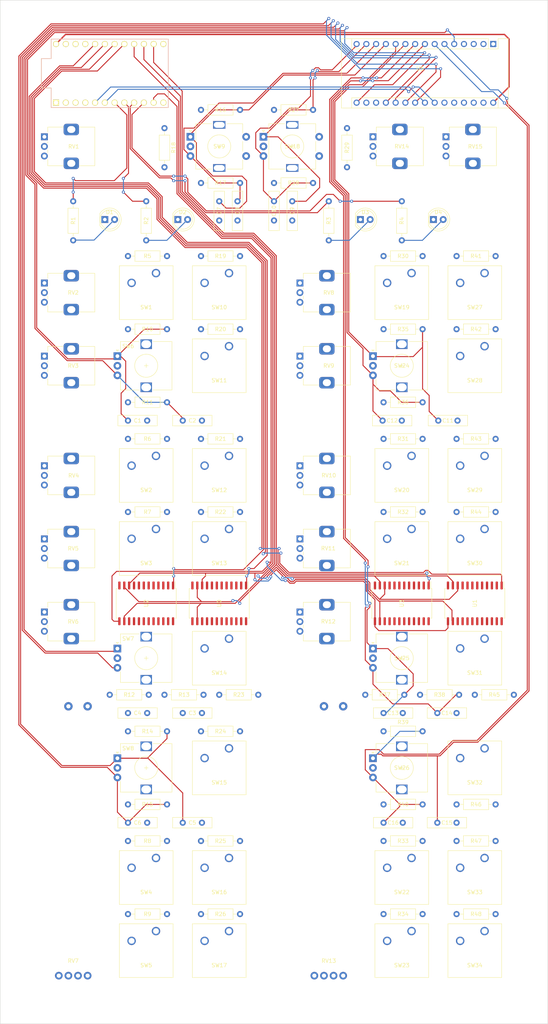
<source format=kicad_pcb>
(kicad_pcb (version 20211014) (generator pcbnew)
  (title_block (title "Brutalist Midi Mixer") (date "2023-01-09") (rev "00") (company "BSPLT"))
  (layers (0 "F.Cu" signal) (31 "B.Cu" signal) (34 "B.Paste" user) (35 "F.Paste" user) (36 "B.SilkS" user "B.Silkscreen") (37 "F.SilkS" user "F.Silkscreen") (38 "B.Mask" user) (39 "F.Mask" user) (44 "Edge.Cuts" user))
  (net 0 "")
  (net 1 "NE_00")
  (net 2 "GND")
  (net 3 "NE_11")
  (net 4 "NE_12")
  (net 5 "NE_13")
  (net 6 "NE_14")
  (net 7 "NE_15")
  (net 8 "NE_07")
  (net 9 "NE_08")
  (net 10 "NE_09")
  (net 11 "NE_10")
  (net 12 "NE_05")
  (net 13 "NE_06")
  (net 14 "NE_03")
  (net 15 "NE_04")
  (net 16 "NE_01")
  (net 17 "NE_02")
  (net 18 "Net-(D1-Pad2)")
  (net 19 "Net-(D2-Pad2)")
  (net 20 "Net-(D3-Pad2)")
  (net 21 "Net-(D4-Pad2)")
  (net 22 "LED0")
  (net 23 "LED1")
  (net 24 "LED2")
  (net 25 "LED3")
  (net 26 "MUX0_02")
  (net 27 "MUX0_01")
  (net 28 "MUX0_00")
  (net 29 "MUX0_13")
  (net 30 "MUX0_12")
  (net 31 "VCC")
  (net 32 "MUX0_07")
  (net 33 "MUX0_03")
  (net 34 "MUX0_04")
  (net 35 "MUX0_05")
  (net 36 "MUX0_06")
  (net 37 "MUX0_08")
  (net 38 "MUX0_09")
  (net 39 "MUX0_10")
  (net 40 "MUX0_11")
  (net 41 "MUX1_07")
  (net 42 "MUX1_02")
  (net 43 "MUX1_01")
  (net 44 "MUX1_00")
  (net 45 "MUX1_13")
  (net 46 "MUX1_12")
  (net 47 "MUX1_03")
  (net 48 "MUX1_04")
  (net 49 "MUX1_05")
  (net 50 "MUX1_06")
  (net 51 "MUX1_08")
  (net 52 "MUX1_09")
  (net 53 "MUX1_10")
  (net 54 "MUX1_11")
  (net 55 "MUX2_05")
  (net 56 "MUX2_04")
  (net 57 "MUX2_03")
  (net 58 "MUX2_02")
  (net 59 "MUX2_01")
  (net 60 "MUX2_00")
  (net 63 "MUX2_13")
  (net 64 "MUX3_04")
  (net 65 "MUX3_03")
  (net 66 "MUX3_02")
  (net 67 "MUX3_01")
  (net 68 "MUX3_00")
  (net 71 "MUX3_13")
  (net 72 "MUX3_05")
  (net 73 "MUX3_06")
  (net 74 "A0")
  (net 75 "S0")
  (net 76 "S1")
  (net 77 "S3")
  (net 78 "S2")
  (net 79 "MUX0_15")
  (net 80 "MUX0_14")
  (net 81 "A1")
  (net 82 "MUX1_15")
  (net 83 "MUX1_14")
  (net 84 "A2")
  (net 85 "MUX2_07")
  (net 86 "MUX2_06")
  (net 87 "MUX2_15")
  (net 88 "MUX2_14")
  (net 89 "MUX2_12")
  (net 90 "MUX2_11")
  (net 91 "MUX2_10")
  (net 92 "MUX2_09")
  (net 93 "MUX2_08")
  (net 94 "A3")
  (net 95 "MUX3_07")
  (net 96 "MUX3_15")
  (net 97 "MUX3_14")
  (net 98 "MUX3_12")
  (net 99 "MUX3_11")
  (net 100 "MUX3_10")
  (net 101 "MUX3_09")
  (net 102 "MUX3_08")
  (net 105 "SDA")
  (net 106 "SCL")
  (net 110 "RAW")
  (footprint "Capacitor_THT:C_Disc_D10.0mm_W2.5mm_P5.00mm" (layer "F.Cu") (at 147.25 118.75 -90)
    (fp_text reference "C10")
    (fp_text value "100nF")
  )
  (footprint "Resistor_THT:R_Axial_DIN0207_L6.3mm_D2.5mm_P10.16mm_Horizontal" (layer "F.Cu") (at 128.25 95)
    (fp_text reference "R16")
    (fp_text value "10K")
  )
  (footprint "Capacitor_THT:C_Disc_D10.0mm_W2.5mm_P5.00mm" (layer "F.Cu") (at 133 118.75 -90)
    (fp_text reference "C7")
    (fp_text value "100nF")
  )
  (footprint "Custom:SW_Cherry_MX_1.00u_PCB_edit" (layer "F.Cu") (at 114 190)
    (fp_text reference "SW2")
    (fp_text value "A Jump Dec")
  )
  (footprint "Custom:SW_Cherry_MX_1.00u_PCB_edit" (layer "F.Cu") (at 133 190)
    (fp_text reference "SW12")
    (fp_text value "A Jump Inc")
  )
  (footprint "LED_THT:LED_D5.0mm" (layer "F.Cu") (at 171 123.5)
    (fp_text reference "D3")
    (fp_text value "LED")
  )
  (footprint "Capacitor_THT:C_Disc_D10.0mm_W2.5mm_P5.00mm" (layer "F.Cu") (at 137.75 118.75 -90)
    (fp_text reference "C8")
    (fp_text value "100nF")
  )
  (footprint "Custom:ALPS RS60112" (layer "F.Cu") (at 95 322.5)
    (fp_text reference "RV7")
    (fp_text value "A Vol")
  )
  (footprint "Potentiometer_THT:Potentiometer_Alps_RK09K_Single_Vertical" (layer "F.Cu") (at 95 228)
    (fp_text reference "RV6")
    (fp_text value "A EQ L")
  )
  (footprint "Resistor_THT:R_Axial_DIN0207_L6.3mm_D2.5mm_P10.16mm_Horizontal" (layer "F.Cu") (at 175.75 275.5)
    (fp_text reference "R40")
    (fp_text value "10K")
  )
  (footprint "Resistor_THT:R_Axial_DIN0207_L6.3mm_D2.5mm_P10.16mm_Horizontal" (layer "F.Cu") (at 175.75 199.5)
    (fp_text reference "R32")
    (fp_text value "10K")
  )
  (footprint "Resistor_THT:R_Axial_DIN0207_L6.3mm_D2.5mm_P10.16mm_Horizontal" (layer "F.Cu") (at 128.25 199.5)
    (fp_text reference "R22")
    (fp_text value "10K")
  )
  (footprint "Resistor_THT:R_Axial_DIN0207_L6.3mm_D2.5mm_P10.16mm_Horizontal" (layer "F.Cu") (at 104.5 247)
    (fp_text reference "R12")
    (fp_text value "10K")
  )
  (footprint "Custom:SW_Cherry_MX_1.00u_PCB_edit" (layer "F.Cu") (at 133 294.5)
    (fp_text reference "SW16")
    (fp_text value "A Loop Inc")
  )
  (footprint "Rotary_Encoder:RotaryEncoder_Alps_EC12E_Vertical_H20mm" (layer "F.Cu") (at 114 161.5)
    (fp_text reference "SW6")
    (fp_text value "A Pitch")
  )
  (footprint "LED_THT:LED_D5.0mm" (layer "F.Cu") (at 190 123.5)
    (fp_text reference "D4")
    (fp_text value "LED")
  )
  (footprint "Resistor_THT:R_Axial_DIN0207_L6.3mm_D2.5mm_P10.16mm_Horizontal" (layer "F.Cu") (at 109.25 171)
    (fp_text reference "R11")
    (fp_text value "10K")
  )
  (footprint "Custom:SW_Cherry_MX_1.00u_PCB_edit" (layer "F.Cu") (at 133 142.5)
    (fp_text reference "SW10")
    (fp_text value "A ND")
  )
  (footprint "Resistor_THT:R_Axial_DIN0207_L6.3mm_D2.5mm_P10.16mm_Horizontal" (layer "F.Cu") (at 109.25 285)
    (fp_text reference "R8")
    (fp_text value "10K")
  )
  (footprint "Potentiometer_THT:Potentiometer_Alps_RK09K_Single_Vertical" (layer "F.Cu") (at 95 209)
    (fp_text reference "RV5")
    (fp_text value "A EQ M")
  )
  (footprint "Rotary_Encoder:RotaryEncoder_Alps_EC12E_Vertical_H20mm" (layer "F.Cu") (at 180.5 266)
    (fp_text reference "SW26")
    (fp_text value "B Scrub")
  )
  (footprint "Resistor_THT:R_Axial_DIN0207_L6.3mm_D2.5mm_P10.16mm_Horizontal" (layer "F.Cu") (at 171 247)
    (fp_text reference "R37")
    (fp_text value "10K")
  )
  (footprint "Capacitor_THT:C_Disc_D10.0mm_W2.5mm_P5.00mm" (layer "F.Cu") (at 109.25 251.75)
    (fp_text reference "C4")
    (fp_text value "100nF")
  )
  (footprint "Custom:SW_Cherry_MX_1.00u_PCB_edit" (layer "F.Cu") (at 133 237.5)
    (fp_text reference "SW14")
    (fp_text value "A Play")
  )
  (footprint "Resistor_THT:R_Axial_DIN0207_L6.3mm_D2.5mm_P10.16mm_Horizontal" (layer "F.Cu") (at 194.75 275.5)
    (fp_text reference "R46")
    (fp_text value "10K")
  )
  (footprint "Custom:ALPS RS60112" (layer "F.Cu") (at 161.5 322.5)
    (fp_text reference "RV13")
    (fp_text value "B Vol")
  )
  (footprint "Resistor_THT:R_Axial_DIN0207_L6.3mm_D2.5mm_P10.16mm_Horizontal" (layer "F.Cu") (at 109.25 180.5)
    (fp_text reference "R6")
    (fp_text value "10K")
  )
  (footprint "Resistor_THT:R_Axial_DIN0207_L6.3mm_D2.5mm_P10.16mm_Horizontal" (layer "F.Cu") (at 128.25 152)
    (fp_text reference "R20")
    (fp_text value "10K")
  )
  (footprint "Resistor_THT:R_Axial_DIN0207_L6.3mm_D2.5mm_P10.16mm_Horizontal" (layer "F.Cu") (at 194.75 304)
    (fp_text reference "R48")
    (fp_text value "10K")
  )
  (footprint "Custom:SW_Cherry_MX_1.00u_PCB_edit" (layer "F.Cu") (at 114 142.5)
    (fp_text reference "SW1")
    (fp_text value "A Sync")
  )
  (footprint "Resistor_THT:R_Axial_DIN0207_L6.3mm_D2.5mm_P10.16mm_Horizontal" (layer "F.Cu") (at 175.75 304)
    (fp_text reference "R34")
    (fp_text value "10K")
  )
  (footprint "Potentiometer_THT:Potentiometer_Alps_RK09K_Single_Vertical" (layer "F.Cu") (at 95 142.5)
    (fp_text reference "RV2")
    (fp_text value "A GAIN")
  )
  (footprint "Resistor_THT:R_Axial_DIN0207_L6.3mm_D2.5mm_P10.16mm_Horizontal" (layer "F.Cu") (at 147.25 95)
    (fp_text reference "R27")
    (fp_text value "10K")
  )
  (footprint "Capacitor_THT:C_Disc_D10.0mm_W2.5mm_P5.00mm" (layer "F.Cu") (at 189.75 251.75)
    (fp_text reference "C14")
    (fp_text value "100nF")
  )
  (footprint "Resistor_THT:R_Axial_DIN0207_L6.3mm_D2.5mm_P10.16mm_Horizontal" (layer "F.Cu") (at 175.75 152)
    (fp_text reference "R35")
    (fp_text value "10K")
  )
  (footprint "Capacitor_THT:C_Disc_D10.0mm_W2.5mm_P5.00mm" (layer "F.Cu") (at 123.5 251.75)
    (fp_text reference "C3")
    (fp_text value "100nF")
  )
  (footprint "Package_SO:SOIC-24W_7.5x15.4mm_P1.27mm" (layer "F.Cu") (at 114 223.25 -90)
    (fp_text reference "U2")
    (fp_text value "CD74HC4067M")
  )
  (footprint "Custom:SW_Cherry_MX_1.00u_PCB_edit" (layer "F.Cu") (at 133 313.5)
    (fp_text reference "SW17")
    (fp_text value "A Reloop")
  )
  (footprint "Resistor_THT:R_Axial_DIN0207_L6.3mm_D2.5mm_P10.16mm_Horizontal" (layer "F.Cu") (at 133 247)
    (fp_text reference "R23")
    (fp_text value "10K")
  )
  (footprint "Resistor_THT:R_Axial_DIN0207_L6.3mm_D2.5mm_P10.16mm_Horizontal" (layer "F.Cu") (at 128.25 285)
    (fp_text reference "R25")
    (fp_text value "10K")
  )
  (footprint "Capacitor_THT:C_Disc_D10.0mm_W2.5mm_P5.00mm" (layer "F.Cu") (at 109.25 280.25)
    (fp_text reference "C6")
    (fp_text value "100nF")
  )
  (footprint "Custom:SW_Cherry_MX_1.00u_PCB_edit" (layer "F.Cu") (at 199.5 237.5)
    (fp_text reference "SW31")
    (fp_text value "B Play")
  )
  (footprint "Resistor_THT:R_Axial_DIN0207_L6.3mm_D2.5mm_P10.16mm_Horizontal" (layer "F.Cu") (at 128.25 304)
    (fp_text reference "R26")
    (fp_text value "10K")
  )
  (footprint "Capacitor_THT:C_Disc_D10.0mm_W2.5mm_P5.00mm" (layer "F.Cu") (at 123.5 280.25)
    (fp_text reference "C5")
    (fp_text value "100nF")
  )
  (footprint "Potentiometer_THT:Potentiometer_Alps_RK09K_Single_Vertical" (layer "F.Cu") (at 161.5 142.5)
    (fp_text reference "RV8")
    (fp_text value "B GAIN")
  )
  (footprint "Capacitor_THT:C_Disc_D10.0mm_W2.5mm_P5.00mm" (layer "F.Cu") (at 175.75 251.75)
    (fp_text reference "C13")
    (fp_text value "100nF")
  )
  (footprint "Arduino Pro Micro:ProMicro" (layer "F.Cu") (at 104.5 85.5)
    (fp_text reference "U4" hide)
    (fp_text value "ProMicro")
  )
  (footprint "Custom:SW_Cherry_MX_1.00u_PCB_edit" (layer "F.Cu") (at 199.5 190)
    (fp_text reference "SW29")
    (fp_text value "B Jump Inc")
  )
  (footprint "Capacitor_THT:C_Disc_D10.0mm_W2.5mm_P5.00mm" (layer "F.Cu") (at 152 118.75 -90)
    (fp_text reference "C9")
    (fp_text value "100nF")
  )
  (footprint "Resistor_THT:R_Axial_DIN0207_L6.3mm_D2.5mm_P10.16mm_Horizontal" (layer "F.Cu") (at 194.75 152)
    (fp_text reference "R42")
    (fp_text value "10K")
  )
  (footprint "Resistor_THT:R_Axial_DIN0207_L6.3mm_D2.5mm_P10.16mm_Horizontal" (layer "F.Cu") (at 128.25 180.5)
    (fp_text reference "R21")
    (fp_text value "10K")
  )
  (footprint "Potentiometer_THT:Potentiometer_Alps_RK09K_Single_Vertical" (layer "F.Cu") (at 95 190)
    (fp_text reference "RV4")
    (fp_text value "A EQ H")
  )
  (footprint "Resistor_THT:R_Axial_DIN0207_L6.3mm_D2.5mm_P10.16mm_Horizontal" (layer "F.Cu") (at 175.75 285)
    (fp_text reference "R33")
    (fp_text value "10K")
  )
  (footprint "Resistor_THT:R_Axial_DIN0207_L6.3mm_D2.5mm_P10.16mm_Horizontal" (layer "F.Cu") (at 109.25 199.5)
    (fp_text reference "R7")
    (fp_text value "10K")
  )
  (footprint "Resistor_THT:R_Axial_DIN0207_L6.3mm_D2.5mm_P10.16mm_Horizontal" (layer "F.Cu") (at 194.75 133)
    (fp_text reference "R41")
    (fp_text value "10K")
  )
  (footprint "Resistor_THT:R_Axial_DIN0207_L6.3mm_D2.5mm_P10.16mm_Horizontal" (layer "F.Cu") (at 128.25 133)
    (fp_text reference "R19")
    (fp_text value "10K")
  )
  (footprint "Custom:SW_Cherry_MX_1.00u_PCB_edit" (layer "F.Cu") (at 133 161.5)
    (fp_text reference "SW11")
    (fp_text value "A Prelisten")
  )
  (footprint "Potentiometer_THT:Potentiometer_Alps_RK09K_Single_Vertical" (layer "F.Cu") (at 95 161.5)
    (fp_text reference "RV3")
    (fp_text value "A FX")
  )
  (footprint "Resistor_THT:R_Axial_DIN0207_L6.3mm_D2.5mm_P10.16mm_Horizontal" (layer "F.Cu") (at 180.5 118.75 -90)
    (fp_text reference "R4")
    (fp_text value "250")
  )
  (footprint "Resistor_THT:R_Axial_DIN0207_L6.3mm_D2.5mm_P10.16mm_Horizontal" (layer "F.Cu") (at 175.75 133)
    (fp_text reference "R30")
    (fp_text value "10K")
  )
  (footprint "Resistor_THT:R_Axial_DIN0207_L6.3mm_D2.5mm_P10.16mm_Horizontal" (layer "F.Cu") (at 109.25 304)
    (fp_text reference "R9")
    (fp_text value "10K")
  )
  (footprint "Resistor_THT:R_Axial_DIN0207_L6.3mm_D2.5mm_P10.16mm_Horizontal" (layer "F.Cu") (at 199.5 247)
    (fp_text reference "R45")
    (fp_text value "10K")
  )
  (footprint "Custom:SW_Cherry_MX_1.00u_PCB_edit" (layer "F.Cu") (at 180.5 294.5)
    (fp_text reference "SW22")
    (fp_text value "B Loop Dec")
  )
  (footprint "Resistor_THT:R_Axial_DIN0207_L6.3mm_D2.5mm_P10.16mm_Horizontal" (layer "F.Cu") (at 194.75 199.5)
    (fp_text reference "R44")
    (fp_text value "10K")
  )
  (footprint "Custom:SW_Cherry_MX_1.00u_PCB_edit" (layer "F.Cu") (at 199.5 142.5)
    (fp_text reference "SW27")
    (fp_text value "B ND")
  )
  (footprint "LED_THT:LED_D5.0mm" (layer "F.Cu") (at 123.5 123.5)
    (fp_text reference "D2")
    (fp_text value "LED")
  )
  (footprint "Custom:SW_Cherry_MX_1.00u_PCB_edit" (layer "F.Cu") (at 199.5 209)
    (fp_text reference "SW30")
    (fp_text value "B Jump Pos")
  )
  (footprint "Rotary_Encoder:RotaryEncoder_Alps_EC12E_Vertical_H20mm" (layer "F.Cu") (at 114 266)
    (fp_text reference "SW8")
    (fp_text value "A Scrub")
  )
  (footprint "LED_THT:LED_D5.0mm" (layer "F.Cu") (at 104.5 123.5)
    (fp_text reference "D1")
    (fp_text value "LED")
  )
  (footprint "Custom:SW_Cherry_MX_1.00u_PCB_edit" (layer "F.Cu") (at 199.5 266)
    (fp_text reference "SW32")
    (fp_text value "B Intro")
  )
  (footprint "Custom:SW_Cherry_MX_1.00u_PCB_edit" (layer "F.Cu") (at 199.5 313.5)
    (fp_text reference "SW34")
    (fp_text value "B Reloop")
  )
  (footprint "Resistor_THT:R_Axial_DIN0207_L6.3mm_D2.5mm_P10.16mm_Horizontal" (layer "F.Cu") (at 109.25 275.5)
    (fp_text reference "R15")
    (fp_text value "10K")
  )
  (footprint "Custom:SW_Cherry_MX_1.00u_PCB_edit" (layer "F.Cu") (at 114 294.5)
    (fp_text reference "SW4")
    (fp_text value "A Loop Dec")
  )
  (footprint "Resistor_THT:R_Axial_DIN0207_L6.3mm_D2.5mm_P10.16mm_Horizontal" (layer "F.Cu") (at 118.75 99.75 -90)
    (fp_text reference "R18")
    (fp_text value "10K")
  )
  (footprint "Custom:SW_Cherry_MX_1.00u_PCB_edit" (layer "F.Cu") (at 133 209)
    (fp_text reference "SW13")
    (fp_text value "A Jump Pos")
  )
  (footprint "Rotary_Encoder:RotaryEncoder_Alps_EC11E-Switch_Vertical_H20mm" (layer "F.Cu") (at 133 104.5)
    (fp_text reference "SW9")
    (fp_text value "Select 1")
  )
  (footprint "Resistor_THT:R_Axial_DIN0207_L6.3mm_D2.5mm_P10.16mm_Horizontal" (layer "F.Cu") (at 128.25 256.5)
    (fp_text reference "R24")
    (fp_text value "10K")
  )
  (footprint "Resistor_THT:R_Axial_DIN0207_L6.3mm_D2.5mm_P10.16mm_Horizontal" (layer "F.Cu") (at 175.75 171)
    (fp_text reference "R36")
    (fp_text value "10K")
  )
  (footprint "Custom:SW_Cherry_MX_1.00u_PCB_edit" (layer "F.Cu") (at 199.5 161.5)
    (fp_text reference "SW28")
    (fp_text value "B Prelisten")
  )
  (footprint "Module:Arduino_Nano" (layer "F.Cu") (at 204.3 77.89 -90)
    (fp_text reference "U5")
    (fp_text value "Nano Every")
  )
  (footprint "Custom:SW_Cherry_MX_1.00u_PCB_edit" (layer "F.Cu") (at 180.5 209)
    (fp_text reference "SW21")
    (fp_text value "B Jump Neg")
  )
  (footprint "Capacitor_THT:C_Disc_D10.0mm_W2.5mm_P5.00mm" (layer "F.Cu") (at 175.75 280.25)
    (fp_text reference "C16")
    (fp_text value "100nF")
  )
  (footprint "Resistor_THT:R_Axial_DIN0207_L6.3mm_D2.5mm_P10.16mm_Horizontal" (layer "F.Cu") (at 128.25 114)
    (fp_text reference "R17")
    (fp_text value "10K")
  )
  (footprint "Potentiometer_THT:Potentiometer_Alps_RK09K_Single_Vertical" (layer "F.Cu") (at 161.5 228)
    (fp_text reference "RV12")
    (fp_text value "B EQ L")
  )
  (footprint "Custom:SW_Cherry_MX_1.00u_PCB_edit" (layer "F.Cu") (at 180.5 142.5)
    (fp_text reference "SW19")
    (fp_text value "B Sync")
  )
  (footprint "Capacitor_THT:C_Disc_D10.0mm_W2.5mm_P5.00mm" (layer "F.Cu") (at 123.5 175.75)
    (fp_text reference "C2")
    (fp_text value "100nF")
  )
  (footprint "Capacitor_THT:C_Disc_D10.0mm_W2.5mm_P5.00mm" (layer "F.Cu") (at 190 175.75)
    (fp_text reference "C11")
    (fp_text value "100nF")
  )
  (footprint "Rotary_Encoder:RotaryEncoder_Alps_EC11E-Switch_Vertical_H20mm" (layer "F.Cu") (at 152 104.5)
    (fp_text reference "SW18")
    (fp_text value "Select 2")
  )
  (footprint "Resistor_THT:R_Axial_DIN0207_L6.3mm_D2.5mm_P10.16mm_Horizontal" (layer "F.Cu") (at 109.25 133)
    (fp_text reference "R5")
    (fp_text value "10K")
  )
  (footprint "Custom:SW_Cherry_MX_1.00u_PCB_edit" (layer "F.Cu") (at 180.5 190)
    (fp_text reference "SW20")
    (fp_text value "B Jump Dec")
  )
  (footprint "Resistor_THT:R_Axial_DIN0207_L6.3mm_D2.5mm_P10.16mm_Horizontal" (layer "F.Cu") (at 175.75 180.5)
    (fp_text reference "R31")
    (fp_text value "10K")
  )
  (footprint "Resistor_THT:R_Axial_DIN0207_L6.3mm_D2.5mm_P10.16mm_Horizontal" (layer "F.Cu") (at 109.25 256.5)
    (fp_text reference "R14")
    (fp_text value "10K")
  )
  (footprint "Rotary_Encoder:RotaryEncoder_Alps_EC12E_Vertical_H20mm" (layer "F.Cu") (at 180.5 161.5)
    (fp_text reference "SW24")
    (fp_text value "B Pitch")
  )
  (footprint "Custom:SW_Cherry_MX_1.00u_PCB_edit" (layer "F.Cu") (at 199.5 294.5)
    (fp_text reference "SW33")
    (fp_text value "B Loop Inc")
  )
  (footprint "Potentiometer_THT:Potentiometer_Alps_RK09K_Single_Vertical" (layer "F.Cu") (at 199.5 104.5)
    (fp_text reference "RV15")
    (fp_text value "Head Mix")
  )
  (footprint "Capacitor_THT:C_Disc_D10.0mm_W2.5mm_P5.00mm" (layer "F.Cu") (at 189.75 280.25)
    (fp_text reference "C15")
    (fp_text value "100nF")
  )
  (footprint "Potentiometer_THT:Potentiometer_Alps_RK09K_Single_Vertical" (layer "F.Cu") (at 95 104.5)
    (fp_text reference "RV1")
    (fp_text value "Master")
  )
  (footprint "Potentiometer_THT:Potentiometer_Alps_RK09K_Single_Vertical" (layer "F.Cu") (at 161.5 209)
    (fp_text reference "RV11")
    (fp_text value "B EQ M")
  )
  (footprint "Potentiometer_THT:Potentiometer_Alps_RK09K_Single_Vertical" (layer "F.Cu") (at 161.5 161.5)
    (fp_text reference "RV9")
    (fp_text value "B FX")
  )
  (footprint "Resistor_THT:R_Axial_DIN0207_L6.3mm_D2.5mm_P10.16mm_Horizontal" (layer "F.Cu") (at 194.75 285)
    (fp_text reference "R47")
    (fp_text value "10K")
  )
  (footprint "Capacitor_THT:C_Disc_D10.0mm_W2.5mm_P5.00mm" (layer "F.Cu") (at 109.25 175.75)
    (fp_text reference "C1")
    (fp_text value "100nF")
  )
  (footprint "Resistor_THT:R_Axial_DIN0207_L6.3mm_D2.5mm_P10.16mm_Horizontal" (layer "F.Cu") (at 95 118.75 -90)
    (fp_text reference "R1")
    (fp_text value "250")
  )
  (footprint "Resistor_THT:R_Axial_DIN0207_L6.3mm_D2.5mm_P10.16mm_Horizontal" (layer "F.Cu") (at 166.25 109.91 90)
    (fp_text reference "R29")
    (fp_text value "10K")
  )
  (footprint "Potentiometer_THT:Potentiometer_Alps_RK09K_Single_Vertical" (layer "F.Cu") (at 180.5 104.5)
    (fp_text reference "RV14")
    (fp_text value "Head Gain")
  )
  (footprint "Resistor_THT:R_Axial_DIN0207_L6.3mm_D2.5mm_P10.16mm_Horizontal" (layer "F.Cu") (at 161.5 118.75 -90)
    (fp_text reference "R3")
    (fp_text value "250")
  )
  (footprint "Package_SO:SOIC-24W_7.5x15.4mm_P1.27mm" (layer "F.Cu") (at 199.5 223.25 -90)
    (fp_text reference "U1")
    (fp_text value "CD74HC4067M")
  )
  (footprint "Custom:SW_Cherry_MX_1.00u_PCB_edit" (layer "F.Cu") (at 114 313.5)
    (fp_text reference "SW5")
    (fp_text value "A Loop")
  )
  (footprint "Custom:SW_Cherry_MX_1.00u_PCB_edit" (layer "F.Cu") (at 114 209)
    (fp_text reference "SW3")
    (fp_text value "A Jump Neg")
  )
  (footprint "Rotary_Encoder:RotaryEncoder_Alps_EC12E_Vertical_H20mm" (layer "F.Cu") (at 114 237.5)
    (fp_text reference "SW7")
    (fp_text value "A Nudge")
  )
  (footprint "Resistor_THT:R_Axial_DIN0207_L6.3mm_D2.5mm_P10.16mm_Horizontal" (layer "F.Cu") (at 118.75 247)
    (fp_text reference "R13")
    (fp_text value "10K")
  )
  (footprint "Potentiometer_THT:Potentiometer_Alps_RK09K_Single_Vertical" (layer "F.Cu") (at 161.5 190)
    (fp_text reference "RV10")
    (fp_text value "B EQ H")
  )
  (footprint "Package_SO:SOIC-24W_7.5x15.4mm_P1.27mm" (layer "F.Cu") (at 180.5 223.25 -90)
    (fp_text reference "U3")
    (fp_text value "CD74HC4067M")
  )
  (footprint "Rotary_Encoder:RotaryEncoder_Alps_EC12E_Vertical_H20mm" (layer "F.Cu") (at 180.5 237.5)
    (fp_text reference "SW25")
    (fp_text value "B Nudge")
  )
  (footprint "Resistor_THT:R_Axial_DIN0207_L6.3mm_D2.5mm_P10.16mm_Horizontal" (layer "F.Cu") (at 114 118.75 -90)
    (fp_text reference "R2")
    (fp_text value "250")
  )
  (footprint "Resistor_THT:R_Axial_DIN0207_L6.3mm_D2.5mm_P10.16mm_Horizontal" (layer "F.Cu") (at 109.25 152)
    (fp_text reference "R10")
    (fp_text value "10K")
  )
  (footprint "Capacitor_THT:C_Disc_D10.0mm_W2.5mm_P5.00mm" (layer "F.Cu") (at 175.5 175.75)
    (fp_text reference "C12")
    (fp_text value "100nF")
  )
  (footprint "Resistor_THT:R_Axial_DIN0207_L6.3mm_D2.5mm_P10.16mm_Horizontal" (layer "F.Cu") (at 175.75 256.5)
    (fp_text reference "R39")
    (fp_text value "10K")
  )
  (footprint "Custom:SW_Cherry_MX_1.00u_PCB_edit" (layer "F.Cu") (at 180.5 313.5)
    (fp_text reference "SW23")
    (fp_text value "B Loop")
  )
  (footprint "Package_SO:SOIC-24W_7.5x15.4mm_P1.27mm" (layer "F.Cu") (at 133 223.25 -90)
    (fp_text reference "U0")
    (fp_text value "CD74HC4067M")
  )
  (footprint "Resistor_THT:R_Axial_DIN0207_L6.3mm_D2.5mm_P10.16mm_Horizontal" (layer "F.Cu") (at 185.25 247)
    (fp_text reference "R38")
    (fp_text value "10K")
  )
  (footprint "Resistor_THT:R_Axial_DIN0207_L6.3mm_D2.5mm_P10.16mm_Horizontal" (layer "F.Cu") (at 147.25 114)
    (fp_text reference "R28")
    (fp_text value "10K")
  )
  (footprint "Resistor_THT:R_Axial_DIN0207_L6.3mm_D2.5mm_P10.16mm_Horizontal" (layer "F.Cu") (at 194.75 180.5)
    (fp_text reference "R43")
    (fp_text value "10K")
  )
  (footprint "Custom:SW_Cherry_MX_1.00u_PCB_edit" (layer "F.Cu") (at 133 266)
    (fp_text reference "SW15")
    (fp_text value "A Intro")
  )
  (gr_rect (start 76 66.5) (end 218.5 332.5) (layer "Edge.Cuts") (width 0.1) (fill none))
  (segment (start 108.65625 167.4375) (end 107.46875 168.625) (width 0.25) (layer "F.Cu") (net 1))
  (segment (start 108.65625 160.3125) (end 108.65625 167.4375) (width 0.25) (layer "F.Cu") (net 1))
  (segment (start 113.5 152) (end 119.41 152) (width 0.25) (layer "F.Cu") (net 1))
  (segment (start 107.34375 159) (end 108.65625 160.3125) (width 0.25) (layer "F.Cu") (net 1))
  (segment (start 90.15577 74.90673) (end 83.10817 81.95433) (width 0.25) (layer "F.Cu") (net 1))
  (segment (start 85.5 151.6196) (end 93.59915 159.71875) (width 0.25) (layer "F.Cu") (net 1))
  (segment (start 107.46875 168.625) (end 107.46875 173.96875) (width 0.25) (layer "F.Cu") (net 1))
  (segment (start 83.10817 81.95433) (end 83.10817 111.77604) (width 0.25) (layer "F.Cu") (net 1))
  (segment (start 192.375 74.21875) (end 191.68702 74.90673) (width 0.25) (layer "F.Cu") (net 1))
  (segment (start 85.5 114.16787) (end 85.5 151.6196) (width 0.25) (layer "F.Cu") (net 1))
  (segment (start 191.68702 74.90673) (end 90.15577 74.90673) (width 0.25) (layer "F.Cu") (net 1))
  (segment (start 93.59915 159.71875) (end 105.78125 159.71875) (width 0.25) (layer "F.Cu") (net 1))
  (segment (start 83.10817 111.77604) (end 85.5 114.16787) (width 0.25) (layer "F.Cu") (net 1))
  (segment (start 107.46875 173.96875) (end 109.25 175.75) (width 0.25) (layer "F.Cu") (net 1))
  (segment (start 105.78125 159.71875) (end 106.5 159) (width 0.25) (layer "F.Cu") (net 1))
  (segment (start 106.5 159) (end 113.5 152) (width 0.25) (layer "F.Cu") (net 1))
  (segment (start 106.5 159) (end 107.34375 159) (width 0.25) (layer "F.Cu") (net 1))
  (via (at 192.375 74.21875) (size 0.8) (drill 0.4) (layers "F.Cu" "B.Cu") (net 1))
  (segment (start 194.14 75.98375) (end 192.375 74.21875) (width 0.25) (layer "B.Cu") (net 1))
  (segment (start 194.14 77.89) (end 194.14 75.98375) (width 0.25) (layer "B.Cu") (net 1))
  (segment (start 178.125 88.46875) (end 173.40125 88.46875) (width 0.25) (layer "F.Cu") (net 3))
  (segment (start 102.66827 160.16827) (end 106.5 164) (width 0.25) (layer "F.Cu") (net 3))
  (segment (start 85.05048 114.354068) (end 85.05048 151.805797) (width 0.25) (layer "F.Cu") (net 3))
  (segment (start 123.5 175.09) (end 123.5 175.75) (width 0.25) (layer "F.Cu") (net 3))
  (segment (start 165.41779 74.45721) (end 89.969573 74.45721) (width 0.25) (layer "F.Cu") (net 3))
  (segment (start 89.969573 74.45721) (end 82.65865 81.768133) (width 0.25) (layer "F.Cu") (net 3))
  (segment (start 82.65865 111.962238) (end 85.05048 114.354068) (width 0.25) (layer "F.Cu") (net 3))
  (segment (start 82.65865 81.768133) (end 82.65865 111.962238) (width 0.25) (layer "F.Cu") (net 3))
  (segment (start 119.41 171) (end 123.5 175.09) (width 0.25) (layer "F.Cu") (net 3))
  (segment (start 186.4375 80.15625) (end 178.125 88.46875) (width 0.25) (layer "F.Cu") (net 3))
  (segment (start 85.05048 151.805797) (end 93.412953 160.16827) (width 0.25) (layer "F.Cu") (net 3))
  (segment (start 93.412953 160.16827) (end 102.66827 160.16827) (width 0.25) (layer "F.Cu") (net 3))
  (segment (start 173.40125 88.46875) (end 168.74 93.13) (width 0.25) (layer "F.Cu") (net 3))
  (segment (start 166.25 73.625) (end 165.41779 74.45721) (width 0.25) (layer "F.Cu") (net 3))
  (via (at 166.25 73.625) (size 0.8) (drill 0.4) (layers "F.Cu" "B.Cu") (net 3))
  (via (at 186.4375 80.15625) (size 0.8) (drill 0.4) (layers "F.Cu" "B.Cu") (net 3))
  (segment (start 113.5 171) (end 119.41 171) (width 0.25) (layer "B.Cu") (net 3))
  (segment (start 165.65625 74.21875) (end 166.25 73.625) (width 0.25) (layer "B.Cu") (net 3))
  (segment (start 165.65625 77.78125) (end 165.65625 74.21875) (width 0.25) (layer "B.Cu") (net 3))
  (segment (start 106.5 164) (end 113.5 171) (width 0.25) (layer "B.Cu") (net 3))
  (segment (start 186.4375 80.15625) (end 168.03125 80.15625) (width 0.25) (layer "B.Cu") (net 3))
  (segment (start 168.03125 80.15625) (end 165.65625 77.78125) (width 0.25) (layer "B.Cu") (net 3))
  (segment (start 187.625 80.75) (end 187.625 81.865) (width 0.25) (layer "F.Cu") (net 4))
  (segment (start 106.5 235.5) (end 106.5 235) (width 0.25) (layer "F.Cu") (net 4))
  (segment (start 89.783376 74.00769) (end 82.20913 81.581935) (width 0.25) (layer "F.Cu") (net 4))
  (segment (start 165.0625 73.03125) (end 164.08606 74.00769) (width 0.25) (layer "F.Cu") (net 4))
  (segment (start 82.20913 81.581935) (end 82.20913 230.05288) (width 0.25) (layer "F.Cu") (net 4))
  (segment (start 164.08606 74.00769) (end 89.783376 74.00769) (width 0.25) (layer "F.Cu") (net 4))
  (segment (start 82.20913 230.05288) (end 87.875 235.71875) (width 0.25) (layer "F.Cu") (net 4))
  (segment (start 106.28125 235.71875) (end 106.5 235.5) (width 0.25) (layer "F.Cu") (net 4))
  (segment (start 187.625 81.865) (end 176.36 93.13) (width 0.25) (layer "F.Cu") (net 4))
  (segment (start 87.875 235.71875) (end 106.28125 235.71875) (width 0.25) (layer "F.Cu") (net 4))
  (via (at 165.0625 73.03125) (size 0.8) (drill 0.4) (layers "F.Cu" "B.Cu") (net 4))
  (via (at 187.625 80.75) (size 0.8) (drill 0.4) (layers "F.Cu" "B.Cu") (net 4))
  (segment (start 187.494239 80.880761) (end 168.120043 80.880761) (width 0.25) (layer "B.Cu") (net 4))
  (segment (start 168.120043 80.880761) (end 164.46875 77.229468) (width 0.25) (layer "B.Cu") (net 4))
  (segment (start 164.46875 77.229468) (end 164.46875 73.625) (width 0.25) (layer "B.Cu") (net 4))
  (segment (start 187.625 80.75) (end 187.494239 80.880761) (width 0.25) (layer "B.Cu") (net 4))
  (segment (start 164.46875 73.625) (end 165.0625 73.03125) (width 0.25) (layer "B.Cu") (net 4))
  (segment (start 89.597179 73.55817) (end 81.75961 81.395738) (width 0.25) (layer "F.Cu") (net 5))
  (segment (start 189.40625 81.49238) (end 178.9 91.99863) (width 0.25) (layer "F.Cu") (net 5))
  (segment (start 87.688802 236.16827) (end 101.38702 236.16827) (width 0.25) (layer "F.Cu") (net 5))
  (segment (start 101.38702 236.16827) (end 105.21875 240) (width 0.25) (layer "F.Cu") (net 5))
  (segment (start 162.75433 73.55817) (end 89.597179 73.55817) (width 0.25) (layer "F.Cu") (net 5))
  (segment (start 105.21875 240) (end 106.5 240) (width 0.25) (layer "F.Cu") (net 5))
  (segment (start 189.40625 81.34375) (end 189.40625 81.49238) (width 0.25) (layer "F.Cu") (net 5))
  (segment (start 178.9 91.99863) (end 178.9 93.13) (width 0.25) (layer "F.Cu") (net 5))
  (segment (start 163.875 72.4375) (end 162.75433 73.55817) (width 0.25) (layer "F.Cu") (net 5))
  (segment (start 81.75961 230.239077) (end 87.688802 236.16827) (width 0.25) (layer "F.Cu") (net 5))
  (segment (start 81.75961 81.395738) (end 81.75961 230.239077) (width 0.25) (layer "F.Cu") (net 5))
  (via (at 189.40625 81.34375) (size 0.8) (drill 0.4) (layers "F.Cu" "B.Cu") (net 5))
  (via (at 163.875 72.4375) (size 0.8) (drill 0.4) (layers "F.Cu" "B.Cu") (net 5))
  (segment (start 168.078076 81.474511) (end 163.28125 76.677685) (width 0.25) (layer "B.Cu") (net 5))
  (segment (start 163.28125 76.677685) (end 163.28125 73.03125) (width 0.25) (layer "B.Cu") (net 5))
  (segment (start 189.40625 81.34375) (end 188.055864 81.34375) (width 0.25) (layer "B.Cu") (net 5))
  (segment (start 188.055864 81.34375) (end 187.925103 81.474511) (width 0.25) (layer "B.Cu") (net 5))
  (segment (start 163.28125 73.03125) (end 163.875 72.4375) (width 0.25) (layer "B.Cu") (net 5))
  (segment (start 187.925103 81.474511) (end 168.078076 81.474511) (width 0.25) (layer "B.Cu") (net 5))
  (segment (start 162.6875 71.84375) (end 161.4226 73.10865) (width 0.25) (layer "F.Cu") (net 6))
  (segment (start 189.40625 85.16375) (end 189.40625 83.125) (width 0.25) (layer "F.Cu") (net 6))
  (segment (start 106.5 263.5) (end 114.46875 263.5) (width 0.25) (layer "F.Cu") (net 6))
  (segment (start 161.4226 73.10865) (end 89.410981 73.10865) (width 0.25) (layer "F.Cu") (net 6))
  (segment (start 89.410981 73.10865) (end 81.31009 81.20954) (width 0.25) (layer "F.Cu") (net 6))
  (segment (start 181.44 93.13) (end 189.40625 85.16375) (width 0.25) (layer "F.Cu") (net 6))
  (segment (start 92.073218 265.40625) (end 104.59375 265.40625) (width 0.25) (layer "F.Cu") (net 6))
  (segment (start 81.31009 254.643122) (end 92.073218 265.40625) (width 0.25) (layer "F.Cu") (net 6))
  (segment (start 106.5 263.5) (end 114.299022 263.5) (width 0.25) (layer "F.Cu") (net 6))
  (segment (start 119.41 258.389022) (end 119.41 256.5) (width 0.25) (layer "F.Cu") (net 6))
  (segment (start 123.5 272.53125) (end 123.5 280.25) (width 0.25) (layer "F.Cu") (net 6))
  (segment (start 114.46875 263.5) (end 123.5 272.53125) (width 0.25) (layer "F.Cu") (net 6))
  (segment (start 114.299022 263.5) (end 119.41 258.389022) (width 0.25) (layer "F.Cu") (net 6))
  (segment (start 104.59375 265.40625) (end 106.5 263.5) (width 0.25) (layer "F.Cu") (net 6))
  (segment (start 81.31009 81.20954) (end 81.31009 254.643122) (width 0.25) (layer "F.Cu") (net 6))
  (via (at 189.40625 83.125) (size 0.8) (drill 0.4) (layers "F.Cu" "B.Cu") (net 6))
  (via (at 162.6875 71.84375) (size 0.8) (drill 0.4) (layers "F.Cu" "B.Cu") (net 6))
  (segment (start 181.59875 93.13) (end 181.6875 93.21875) (width 0.25) (layer "B.Cu") (net 6))
  (segment (start 181.44 93.13) (end 181.59875 93.13) (width 0.25) (layer "B.Cu") (net 6))
  (segment (start 169.092847 83.125) (end 189.40625 83.125) (width 0.25) (layer "B.Cu") (net 6))
  (segment (start 162.6875 71.84375) (end 162.09375 72.4375) (width 0.25) (layer "B.Cu") (net 6))
  (segment (start 162.09375 72.4375) (end 162.09375 76.125903) (width 0.25) (layer "B.Cu") (net 6))
  (segment (start 162.09375 76.125903) (end 169.092847 83.125) (width 0.25) (layer "B.Cu") (net 6))
  (segment (start 183.98 93.13) (end 190.59375 86.51625) (width 0.25) (layer "F.Cu") (net 7))
  (segment (start 161.5 71.25) (end 160.09087 72.65913) (width 0.25) (layer "F.Cu") (net 7))
  (segment (start 106.5 277.5) (end 109.25 280.25) (width 0.25) (layer "F.Cu") (net 7))
  (segment (start 89.224783 72.65913) (end 80.86057 81.023342) (width 0.25) (layer "F.Cu") (net 7))
  (segment (start 80.86057 81.023342) (end 80.86057 254.82932) (width 0.25) (layer "F.Cu") (net 7))
  (segment (start 160.09087 72.65913) (end 89.224783 72.65913) (width 0.25) (layer "F.Cu") (net 7))
  (segment (start 80.86057 254.82932) (end 91.887021 265.85577) (width 0.25) (layer "F.Cu") (net 7))
  (segment (start 114 275.5) (end 109.25 280.25) (width 0.25) (layer "F.Cu") (net 7))
  (segment (start 91.887021 265.85577) (end 103.85577 265.85577) (width 0.25) (layer "F.Cu") (net 7))
  (segment (start 103.85577 265.85577) (end 106.5 268.5) (width 0.25) (layer "F.Cu") (net 7))
  (segment (start 119.41 275.5) (end 114 275.5) (width 0.25) (layer "F.Cu") (net 7))
  (segment (start 190.59375 86.51625) (end 190.59375 84.3125) (width 0.25) (layer "F.Cu") (net 7))
  (segment (start 106.5 268.5) (end 106.5 277.5) (width 0.25) (layer "F.Cu") (net 7))
  (via (at 161.5 71.25) (size 0.8) (drill 0.4) (layers "F.Cu" "B.Cu") (net 7))
  (via (at 190.59375 84.3125) (size 0.8) (drill 0.4) (layers "F.Cu" "B.Cu") (net 7))
  (segment (start 161.5 71.25) (end 160.90625 71.84375) (width 0.25) (layer "B.Cu") (net 7))
  (segment (start 160.90625 75.574121) (end 169.644629 84.3125) (width 0.25) (layer "B.Cu") (net 7))
  (segment (start 160.90625 71.84375) (end 160.90625 75.574121) (width 0.25) (layer "B.Cu") (net 7))
  (segment (start 169.644629 84.3125) (end 190.59375 84.3125) (width 0.25) (layer "B.Cu") (net 7))
  (segment (start 138.9375 112.21875) (end 131.354468 112.21875) (width 0.25) (layer "F.Cu") (net 8))
  (segment (start 125.5 101.3125) (end 125.5 102) (width 0.25) (layer "F.Cu") (net 8))
  (segment (start 131.354468 112.21875) (end 127.0625 107.926782) (width 0.25) (layer "F.Cu") (net 8))
  (segment (start 140.125 113.40625) (end 138.9375 112.21875) (width 0.25) (layer "F.Cu") (net 8))
  (segment (start 133 118.75) (end 134.78125 120.53125) (width 0.25) (layer "F.Cu") (net 8))
  (segment (start 138.41 95) (end 131.8125 95) (width 0.25) (layer "F.Cu") (net 8))
  (segment (start 127.0625 103.5625) (end 125.5 102) (width 0.25) (layer "F.Cu") (net 8))
  (segment (start 168.30048 85.94952) (end 176.36 77.89) (width 0.25) (layer "F.Cu") (net 8))
  (segment (start 134.78125 120.53125) (end 138.34375 120.53125) (width 0.25) (layer "F.Cu") (net 8))
  (segment (start 140.125 118.75) (end 140.125 113.40625) (width 0.25) (layer "F.Cu") (net 8))
  (segment (start 138.41 95) (end 140.71875 95) (width 0.25) (layer "F.Cu") (net 8))
  (segment (start 149.76923 85.94952) (end 168.30048 85.94952) (width 0.25) (layer "F.Cu") (net 8))
  (segment (start 127.0625 107.926782) (end 127.0625 103.5625) (width 0.25) (layer "F.Cu") (net 8))
  (segment (start 140.71875 95) (end 149.76923 85.94952) (width 0.25) (layer "F.Cu") (net 8))
  (segment (start 131.8125 95) (end 125.5 101.3125) (width 0.25) (layer "F.Cu") (net 8))
  (segment (start 138.34375 120.53125) (end 140.125 118.75) (width 0.25) (layer "F.Cu") (net 8))
  (segment (start 149.583033 85.5) (end 166.21 85.5) (width 0.25) (layer "F.Cu") (net 9))
  (segment (start 138.41 114) (end 138.41 118.09) (width 0.25) (layer "F.Cu") (net 9))
  (segment (start 138.41 118.09) (end 137.75 118.75) (width 0.25) (layer "F.Cu") (net 9))
  (segment (start 141.864283 93.21875) (end 149.583033 85.5) (width 0.25) (layer "F.Cu") (net 9))
  (segment (start 138.41 114) (end 132.5 114) (width 0.25) (layer "F.Cu") (net 9))
  (segment (start 126.426782 99.75) (end 132.958032 93.21875) (width 0.25) (layer "F.Cu") (net 9))
  (segment (start 166.21 85.5) (end 173.82 77.89) (width 0.25) (layer "F.Cu") (net 9))
  (segment (start 123.80529 99.75) (end 126.426782 99.75) (width 0.25) (layer "F.Cu") (net 9))
  (segment (start 132.958032 93.21875) (end 141.864283 93.21875) (width 0.25) (layer "F.Cu") (net 9))
  (segment (start 132.5 114) (end 125.5 107) (width 0.25) (layer "F.Cu") (net 9))
  (segment (start 123.80529 105.30529) (end 123.80529 99.75) (width 0.25) (layer "F.Cu") (net 9))
  (segment (start 125.5 107) (end 123.80529 105.30529) (width 0.25) (layer "F.Cu") (net 9))
  (segment (start 157.41 87.215) (end 157.9375 86.6875) (width 0.25) (layer "F.Cu") (net 10))
  (segment (start 157.41 95) (end 157.41 87.215) (width 0.25) (layer "F.Cu") (net 10))
  (segment (start 159.125 115.1875) (end 159.125 112.8125) (width 0.25) (layer "F.Cu") (net 10))
  (segment (start 159.125 112.8125) (end 148.3125 102) (width 0.25) (layer "F.Cu") (net 10))
  (segment (start 158.80623 85.05048) (end 164.11952 85.05048) (width 0.25) (layer "F.Cu") (net 10))
  (segment (start 152 118.75) (end 155.5625 118.75) (width 0.25) (layer "F.Cu") (net 10))
  (segment (start 148.3125 102) (end 144.5 102) (width 0.25) (layer "F.Cu") (net 10))
  (segment (start 158.53125 84.7755) (end 158.80623 85.05048) (width 0.25) (layer "F.Cu") (net 10))
  (segment (start 157.41 95) (end 151.5 95) (width 0.25) (layer "F.Cu") (net 10))
  (segment (start 155.5625 118.75) (end 159.125 115.1875) (width 0.25) (layer "F.Cu") (net 10))
  (segment (start 164.11952 85.05048) (end 171.28 77.89) (width 0.25) (layer "F.Cu") (net 10))
  (segment (start 151.5 95) (end 144.5 102) (width 0.25) (layer "F.Cu") (net 10))
  (via (at 158.53125 84.7755) (size 0.8) (drill 0.4) (layers "F.Cu" "B.Cu") (net 10))
  (via (at 157.9375 86.6875) (size 0.8) (drill 0.4) (layers "F.Cu" "B.Cu") (net 10))
  (segment (start 157.9375 86.6875) (end 157.9375 85.36925) (width 0.25) (layer "B.Cu") (net 10))
  (segment (start 157.9375 85.36925) (end 158.53125 84.7755) (width 0.25) (layer "B.Cu") (net 10))
  (segment (start 158.068261 84.050989) (end 158.831353 84.050989) (width 0.25) (layer "F.Cu") (net 11))
  (segment (start 157.34375 84.7755) (end 158.068261 84.050989) (width 0.25) (layer "F.Cu") (net 11))
  (segment (start 142.5 105) (end 142.5 100.9375) (width 0.25) (layer "F.Cu") (net 11))
  (segment (start 159.381324 84.60096) (end 162.39904 84.60096) (width 0.25) (layer "F.Cu") (net 11))
  (segment (start 156.75 91.4375) (end 156.75 86.6875) (width 0.25) (layer "F.Cu") (net 11))
  (segment (start 162.39904 84.60096) (end 168.74 78.26) (width 0.25) (layer "F.Cu") (net 11))
  (segment (start 143.6875 99.75) (end 146.114283 99.75) (width 0.25) (layer "F.Cu") (net 11))
  (segment (start 168.74 78.26) (end 168.74 77.89) (width 0.25) (layer "F.Cu") (net 11))
  (segment (start 153.63702 94.55048) (end 156.75 91.4375) (width 0.25) (layer "F.Cu") (net 11))
  (segment (start 147.25 118.75) (end 144.5 116) (width 0.25) (layer "F.Cu") (net 11))
  (segment (start 158.831353 84.050989) (end 159.381324 84.60096) (width 0.25) (layer "F.Cu") (net 11))
  (segment (start 142.5 100.9375) (end 143.6875 99.75) (width 0.25) (layer "F.Cu") (net 11))
  (segment (start 152 114) (end 157.41 114) (width 0.25) (layer "F.Cu") (net 11))
  (segment (start 151.313803 94.55048) (end 153.63702 94.55048) (width 0.25) (layer "F.Cu") (net 11))
  (segment (start 144.5 116) (end 144.5 107) (width 0.25) (layer "F.Cu") (net 11))
  (segment (start 147.25 118.75) (end 152 114) (width 0.25) (layer "F.Cu") (net 11))
  (segment (start 146.114283 99.75) (end 151.313803 94.55048) (width 0.25) (layer "F.Cu") (net 11))
  (segment (start 144.5 107) (end 142.5 105) (width 0.25) (layer "F.Cu") (net 11))
  (via (at 157.34375 84.7755) (size 0.8) (drill 0.4) (layers "F.Cu" "B.Cu") (net 11))
  (via (at 156.75 86.6875) (size 0.8) (drill 0.4) (layers "F.Cu" "B.Cu") (net 11))
  (segment (start 156.75 86.6875) (end 156.75 85.36925) (width 0.25) (layer "B.Cu") (net 11))
  (segment (start 156.75 85.36925) (end 157.34375 84.7755) (width 0.25) (layer "B.Cu") (net 11))
  (segment (start 166.69952 116.782552) (end 166.69952 152.69952) (width 0.25) (layer "F.Cu") (net 12))
  (segment (start 173 159) (end 173.125 159.125) (width 0.25) (layer "F.Cu") (net 12))
  (segment (start 166.843751 89.0625) (end 163.074031 92.83222) (width 0.25) (layer "F.Cu") (net 12))
  (segment (start 183.46875 159.125) (end 185.91 156.68375) (width 0.25) (layer "F.Cu") (net 12))
  (segment (start 185.91 152) (end 185.91 167.50375) (width 0.25) (layer "F.Cu") (net 12))
  (segment (start 173.125 159.125) (end 183.46875 159.125) (width 0.25) (layer "F.Cu") (net 12))
  (segment (start 187.625 173.375) (end 190 175.75) (width 0.25) (layer "F.Cu") (net 12))
  (segment (start 187.625 169.21875) (end 187.625 173.375) (width 0.25) (layer "F.Cu") (net 12))
  (segment (start 185.91 156.68375) (end 185.91 152) (width 0.25) (layer "F.Cu") (net 12))
  (segment (start 163.074031 113.157063) (end 166.69952 116.782552) (width 0.25) (layer "F.Cu") (net 12))
  (segment (start 185.91 167.50375) (end 187.625 169.21875) (width 0.25) (layer "F.Cu") (net 12))
  (segment (start 163.074031 92.83222) (end 163.074031 113.157063) (width 0.25) (layer "F.Cu") (net 12))
  (segment (start 166.69952 152.69952) (end 173 159) (width 0.25) (layer "F.Cu") (net 12))
  (segment (start 170.2675 89.0625) (end 166.843751 89.0625) (width 0.25) (layer "F.Cu") (net 12))
  (segment (start 181.44 77.89) (end 170.2675 89.0625) (width 0.25) (layer "F.Cu") (net 12))
  (segment (start 162.624511 113.343261) (end 166.25 116.96875) (width 0.25) (layer "F.Cu") (net 13))
  (segment (start 177.53125 168.03125) (end 174.75345 168.03125) (width 0.25) (layer "F.Cu") (net 13))
  (segment (start 175.5 175.75) (end 175.5 175.578125) (width 0.25) (layer "F.Cu") (net 13))
  (segment (start 170.40625 161.40625) (end 173 164) (width 0.25) (layer "F.Cu") (net 13))
  (segment (start 173 166.2778) (end 173 164) (width 0.25) (layer "F.Cu") (net 13))
  (segment (start 166.25 116.96875) (end 166.25 152.885718) (width 0.25) (layer "F.Cu") (net 13))
  (segment (start 170.225532 88.46875) (end 166.801783 88.46875) (width 0.25) (layer "F.Cu") (net 13))
  (segment (start 173 164) (end 173 173.25) (width 0.25) (layer "F.Cu") (net 13))
  (segment (start 170.40625 157.041968) (end 170.40625 161.40625) (width 0.25) (layer "F.Cu") (net 13))
  (segment (start 178.9 79.794282) (end 170.225532 88.46875) (width 0.25) (layer "F.Cu") (net 13))
  (segment (start 178.9 77.89) (end 178.9 79.794282) (width 0.25) (layer "F.Cu") (net 13))
  (segment (start 180.5 171) (end 177.53125 168.03125) (width 0.25) (layer "F.Cu") (net 13))
  (segment (start 162.624511 92.646022) (end 162.624511 113.343261) (width 0.25) (layer "F.Cu") (net 13))
  (segment (start 173 173.25) (end 175.5 175.75) (width 0.25) (layer "F.Cu") (net 13))
  (segment (start 174.75345 168.03125) (end 173 166.2778) (width 0.25) (layer "F.Cu") (net 13))
  (segment (start 166.25 152.885718) (end 170.40625 157.041968) (width 0.25) (layer "F.Cu") (net 13))
  (segment (start 185.91 171) (end 180.5 171) (width 0.25) (layer "F.Cu") (net 13))
  (segment (start 166.801783 88.46875) (end 162.624511 92.646022) (width 0.25) (layer "F.Cu") (net 13))
  (segment (start 165.80048 117.154948) (end 162.174991 113.529459) (width 0.25) (layer "F.Cu") (net 14))
  (segment (start 172.927299 87.427299) (end 176.982701 87.427299) (width 0.25) (layer "F.Cu") (net 14))
  (segment (start 171.44952 233.44952) (end 173 235) (width 0.25) (layer "F.Cu") (net 14))
  (segment (start 172.1875 223.25) (end 172.1875 224.256869) (width 0.25) (layer "F.Cu") (net 14))
  (segment (start 167.174255 87.460561) (end 169.772703 87.460561) (width 0.25) (layer "F.Cu") (net 14))
  (segment (start 176.982701 87.427299) (end 186.52 77.89) (width 0.25) (layer "F.Cu") (net 14))
  (segment (start 171.7245 213.75) (end 171.724511 213.749989) (width 0.25) (layer "F.Cu") (net 14))
  (segment (start 183.46875 244.69125) (end 181.16 247) (width 0.25) (layer "F.Cu") (net 14))
  (segment (start 171.724511 212.099511) (end 165.80048 206.17548) (width 0.25) (layer "F.Cu") (net 14))
  (segment (start 162.174991 113.529459) (end 162.174991 92.459825) (width 0.25) (layer "F.Cu") (net 14))
  (segment (start 171.44952 224.994849) (end 171.44952 233.44952) (width 0.25) (layer "F.Cu") (net 14))
  (segment (start 165.80048 206.17548) (end 165.80048 117.154948) (width 0.25) (layer "F.Cu") (net 14))
  (segment (start 171.724511 213.749989) (end 171.724511 212.099511) (width 0.25) (layer "F.Cu") (net 14))
  (segment (start 183.46875 241.569239) (end 183.46875 244.69125) (width 0.25) (layer "F.Cu") (net 14))
  (segment (start 172.1875 224.256869) (end 171.44952 224.994849) (width 0.25) (layer "F.Cu") (net 14))
  (segment (start 173 235) (end 176.899511 235) (width 0.25) (layer "F.Cu") (net 14))
  (segment (start 162.174991 92.459825) (end 167.174255 87.460561) (width 0.25) (layer "F.Cu") (net 14))
  (segment (start 176.899511 235) (end 183.46875 241.569239) (width 0.25) (layer "F.Cu") (net 14))
  (via (at 171.7245 213.75) (size 0.8) (drill 0.4) (layers "F.Cu" "B.Cu") (net 14))
  (via (at 172.1875 223.25) (size 0.8) (drill 0.4) (layers "F.Cu" "B.Cu") (net 14))
  (via (at 169.772703 87.460561) (size 0.8) (drill 0.4) (layers "F.Cu" "B.Cu") (net 14))
  (via (at 172.927299 87.427299) (size 0.8) (drill 0.4) (layers "F.Cu" "B.Cu") (net 14))
  (segment (start 181.16 247) (end 176.41 251.75) (width 0.25) (layer "B.Cu") (net 14))
  (segment (start 171.59375 222.65625) (end 172.1875 223.25) (width 0.25) (layer "B.Cu") (net 14))
  (segment (start 171.59375 213.88075) (end 171.59375 222.65625) (width 0.25) (layer "B.Cu") (net 14))
  (segment (start 176.41 251.75) (end 175.75 251.75) (width 0.25) (layer "B.Cu") (net 14))
  (segment (start 169.772703 87.460561) (end 169.821253 87.412011) (width 0.25) (layer "B.Cu") (net 14))
  (segment (start 169.821253 87.412011) (end 172.912011 87.412011) (width 0.25) (layer "B.Cu") (net 14))
  (segment (start 172.912011 87.412011) (end 172.927299 87.427299) (width 0.25) (layer "B.Cu") (net 14))
  (segment (start 171.7245 213.75) (end 171.59375 213.88075) (width 0.25) (layer "B.Cu") (net 14))
  (segment (start 165.35096 206.361678) (end 165.35096 117.341146) (width 0.25) (layer "F.Cu") (net 15))
  (segment (start 194.625 247) (end 195.41 247) (width 0.25) (layer "F.Cu") (net 15))
  (segment (start 167.311599 86.6875) (end 170.40625 86.6875) (width 0.25) (layer "F.Cu") (net 15))
  (segment (start 189.875 251.75) (end 194.625 247) (width 0.25) (layer "F.Cu") (net 15))
  (segment (start 178.125 249.375) (end 187.375 249.375) (width 0.25) (layer "F.Cu") (net 15))
  (segment (start 173.96875 86.6875) (end 175.1825 86.6875) (width 0.25) (layer "F.Cu") (net 15))
  (segment (start 171 212.777924) (end 171 212.010718) (width 0.25) (layer "F.Cu") (net 15))
  (segment (start 171 224.419755) (end 171 238) (width 0.25) (layer "F.Cu") (net 15))
  (segment (start 171.463 223.956755) (end 171 224.419755) (width 0.25) (layer "F.Cu") (net 15))
  (segment (start 173 244.25) (end 178.125 249.375) (width 0.25) (layer "F.Cu") (net 15))
  (segment (start 171 238) (end 173 240) (width 0.25) (layer "F.Cu") (net 15))
  (segment (start 173 240) (end 173 244.25) (width 0.25) (layer "F.Cu") (net 15))
  (segment (start 175.1825 86.6875) (end 183.98 77.89) (width 0.25) (layer "F.Cu") (net 15))
  (segment (start 161.725471 113.715657) (end 161.725471 92.273628) (width 0.25) (layer "F.Cu") (net 15))
  (segment (start 189.75 251.75) (end 189.875 251.75) (width 0.25) (layer "F.Cu") (net 15))
  (segment (start 165.35096 117.341146) (end 161.725471 113.715657) (width 0.25) (layer "F.Cu") (net 15))
  (segment (start 187.375 249.375) (end 189.75 251.75) (width 0.25) (layer "F.Cu") (net 15))
  (segment (start 171 212.010718) (end 165.35096 206.361678) (width 0.25) (layer "F.Cu") (net 15))
  (segment (start 161.725471 92.273628) (end 167.311599 86.6875) (width 0.25) (layer "F.Cu") (net 15))
  (via (at 171 212.777924) (size 0.8) (drill 0.4) (layers "F.Cu" "B.Cu") (net 15))
  (via (at 170.40625 86.6875) (size 0.8) (drill 0.4) (layers "F.Cu" "B.Cu") (net 15))
  (via (at 171.463 223.956755) (size 0.8) (drill 0.4) (layers "F.Cu" "B.Cu") (net 15))
  (via (at 173.96875 86.6875) (size 0.8) (drill 0.4) (layers "F.Cu" "B.Cu") (net 15))
  (segment (start 171.463 223.956755) (end 171 223.493755) (width 0.25) (layer "B.Cu") (net 15))
  (segment (start 171 223.493755) (end 171 212.777924) (width 0.25) (layer "B.Cu") (net 15))
  (segment (start 170.40625 86.6875) (end 173.96875 86.6875) (width 0.25) (layer "B.Cu") (net 15))
  (segment (start 193.998557 259.32452) (end 190.436056 262.88702) (width 0.25) (layer "F.Cu") (net 16))
  (segment (start 175.126293 262.4375) (end 174.0625 262.4375) (width 0.25) (layer "F.Cu") (net 16))
  (segment (start 207.943261 92.918647) (end 207.943261 93.307543) (width 0.25) (layer "F.Cu") (net 16))
  (segment (start 207.8125 92.03125) (end 207.8125 92.787886) (width 0.25) (layer "F.Cu") (net 16))
  (segment (start 207.943261 93.307543) (end 213.60577 98.970052) (width 0.25) (layer "F.Cu") (net 16))
  (segment (start 175.575813 262.88702) (end 189.75 262.88702) (width 0.25) (layer "F.Cu") (net 16))
  (segment (start 207.8125 92.787886) (end 207.943261 92.918647) (width 0.25) (layer "F.Cu") (net 16))
  (segment (start 213.60577 98.970052) (end 213.60577 245.998697) (width 0.25) (layer "F.Cu") (net 16))
  (segment (start 189.75 262.88702) (end 189.75 280.25) (width 0.25) (layer "F.Cu") (net 16))
  (segment (start 213.60577 245.998697) (end 200.279947 259.32452) (width 0.25) (layer "F.Cu") (net 16))
  (segment (start 175.575813 262.88702) (end 175.126293 262.4375) (width 0.25) (layer "F.Cu") (net 16))
  (segment (start 200.279947 259.32452) (end 193.998557 259.32452) (width 0.25) (layer "F.Cu") (net 16))
  (segment (start 190.436056 262.88702) (end 175.575813 262.88702) (width 0.25) (layer "F.Cu") (net 16))
  (segment (start 174.0625 262.4375) (end 173 263.5) (width 0.25) (layer "F.Cu") (net 16))
  (via (at 207.8125 92.03125) (size 0.8) (drill 0.4) (layers "F.Cu" "B.Cu") (net 16))
  (segment (start 203.51048 89.80048) (end 205.58173 89.80048) (width 0.25) (layer "B.Cu") (net 16))
  (segment (start 205.58173 89.80048) (end 207.8125 92.03125) (width 0.25) (layer "B.Cu") (net 16))
  (segment (start 180 256.5) (end 185.91 256.5) (width 0.25) (layer "B.Cu") (net 16))
  (segment (start 173 263.5) (end 180 256.5) (width 0.25) (layer "B.Cu") (net 16))
  (segment (start 191.6 77.89) (end 203.51048 89.80048) (width 0.25) (layer "B.Cu") (net 16))
  (segment (start 207.21875 93.21875) (end 213.15625 99.15625) (width 0.25) (layer "F.Cu") (net 17))
  (segment (start 174.574511 261.25) (end 171 261.25) (width 0.25) (layer "F.Cu") (net 17))
  (segment (start 179.953125 275.453125) (end 179.953125 276.046875) (width 0.25) (layer "F.Cu") (net 17))
  (segment (start 171 266.5) (end 173 268.5) (width 0.25) (layer "F.Cu") (net 17))
  (segment (start 179.953125 275.453125) (end 173 268.5) (width 0.25) (layer "F.Cu") (net 17))
  (segment (start 213.15625 245.8125) (end 200.09375 258.875) (width 0.25) (layer "F.Cu") (net 17))
  (segment (start 193.812359 258.875) (end 190.249859 262.4375) (width 0.25) (layer "F.Cu") (net 17))
  (segment (start 175.762011 262.4375) (end 174.574511 261.25) (width 0.25) (layer "F.Cu") (net 17))
  (segment (start 171 261.25) (end 171 266.5) (width 0.25) (layer "F.Cu") (net 17))
  (segment (start 185.91 275.5) (end 180 275.5) (width 0.25) (layer "F.Cu") (net 17))
  (segment (start 179.953125 276.046875) (end 175.75 280.25) (width 0.25) (layer "F.Cu") (net 17))
  (segment (start 180 275.5) (end 179.953125 275.453125) (width 0.25) (layer "F.Cu") (net 17))
  (segment (start 190.249859 262.4375) (end 175.762011 262.4375) (width 0.25) (layer "F.Cu") (net 17))
  (segment (start 213.15625 99.15625) (end 213.15625 245.8125) (width 0.25) (layer "F.Cu") (net 17))
  (segment (start 200.09375 258.875) (end 193.812359 258.875) (width 0.25) (layer "F.Cu") (net 17))
  (via (at 207.21875 93.21875) (size 0.8) (drill 0.4) (layers "F.Cu" "B.Cu") (net 17))
  (segment (start 189.06 77.89) (end 189.06 78.02875) (width 0.25) (layer "B.Cu") (net 17))
  (segment (start 204.25 90.25) (end 207.21875 93.21875) (width 0.25) (layer "B.Cu") (net 17))
  (segment (start 201.28125 90.25) (end 204.25 90.25) (width 0.25) (layer "B.Cu") (net 17))
  (segment (start 189.06 78.02875) (end 201.28125 90.25) (width 0.25) (layer "B.Cu") (net 17))
  (segment (start 95.5275 128.91) (end 95.59375 128.84375) (width 0.25) (layer "B.Cu") (net 18))
  (segment (start 100.42625 128.84375) (end 105.77 123.5) (width 0.25) (layer "B.Cu") (net 18))
  (segment (start 95 128.91) (end 95.5275 128.91) (width 0.25) (layer "B.Cu") (net 18))
  (segment (start 95.59375 128.84375) (end 100.42625 128.84375) (width 0.25) (layer "B.Cu") (net 18))
  (segment (start 119.36 128.91) (end 124.77 123.5) (width 0.25) (layer "B.Cu") (net 19))
  (segment (start 114 128.91) (end 119.36 128.91) (width 0.25) (layer "B.Cu") (net 19))
  (segment (start 166.86 128.91) (end 172.27 123.5) (width 0.25) (layer "B.Cu") (net 20))
  (segment (start 161.5 128.91) (end 166.86 128.91) (width 0.25) (layer "B.Cu") (net 20))
  (segment (start 191.27 123.5) (end 185.86 128.91) (width 0.25) (layer "B.Cu") (net 21))
  (segment (start 185.86 128.91) (end 180.5 128.91) (width 0.25) (layer "B.Cu") (net 21))
  (segment (start 108.94471 110.14904) (end 108.94471 96.29471) (width 0.25) (layer "F.Cu") (net 22))
  (segment (start 95 112.8125) (end 95.59375 113.40625) (width 0.25) (layer "F.Cu") (net 22))
  (segment (start 108.94471 96.29471) (end 105.77 93.12) (width 0.25) (layer "F.Cu") (net 22))
  (segment (start 105.6875 113.40625) (end 108.94471 110.14904) (width 0.25) (layer "F.Cu") (net 22))
  (segment (start 95.59375 113.40625) (end 105.6875 113.40625) (width 0.25) (layer "F.Cu") (net 22))
  (segment (start 95 118.75) (end 95 116.375) (width 0.25) (layer "F.Cu") (net 22))
  (via (at 95 112.8125) (size 0.8) (drill 0.4) (layers "F.Cu" "B.Cu") (net 22))
  (via (at 95 116.375) (size 0.8) (drill 0.4) (layers "F.Cu" "B.Cu") (net 22))
  (segment (start 95 116.375) (end 95 112.8125) (width 0.25) (layer "B.Cu") (net 22))
  (segment (start 109.39423 94.20423) (end 108.31 93.12) (width 0.25) (layer "F.Cu") (net 23))
  (segment (start 110.4375 118.75) (end 108.0625 116.375) (width 0.25) (layer "F.Cu") (net 23))
  (segment (start 108.0625 112.8125) (end 109.39423 111.48077) (width 0.25) (layer "F.Cu") (net 23))
  (segment (start 109.39423 111.48077) (end 109.39423 94.20423) (width 0.25) (layer "F.Cu") (net 23))
  (segment (start 114 118.75) (end 110.4375 118.75) (width 0.25) (layer "F.Cu") (net 23))
  (via (at 108.0625 112.8125) (size 0.8) (drill 0.4) (layers "F.Cu" "B.Cu") (net 23))
  (via (at 108.0625 116.375) (size 0.8) (drill 0.4) (layers "F.Cu" "B.Cu") (net 23))
  (segment (start 108.0625 116.375) (end 108.0625 112.8125) (width 0.25) (layer "B.Cu") (net 23))
  (segment (start 109.84375 105.09375) (end 109.84375 94.12625) (width 0.25) (layer "F.Cu") (net 24))
  (segment (start 129.479468 121.71875) (end 124.09375 116.333032) (width 0.25) (layer "F.Cu") (net 24))
  (segment (start 120.38702 112.66827) (end 117.41827 112.66827) (width 0.25) (layer "F.Cu") (net 24))
  (segment (start 121.125 113.40625) (end 120.38702 112.66827) (width 0.25) (layer "F.Cu") (net 24))
  (segment (start 158.53125 121.71875) (end 129.479468 121.71875) (width 0.25) (layer "F.Cu") (net 24))
  (segment (start 109.84375 94.12625) (end 110.85 93.12) (width 0.25) (layer "F.Cu") (net 24))
  (segment (start 161.5 118.75) (end 158.53125 121.71875) (width 0.25) (layer "F.Cu") (net 24))
  (segment (start 117.41827 112.66827) (end 109.84375 105.09375) (width 0.25) (layer "F.Cu") (net 24))
  (segment (start 124.09375 116.333032) (end 124.09375 113.40625) (width 0.25) (layer "F.Cu") (net 24))
  (via (at 121.125 113.40625) (size 0.8) (drill 0.4) (layers "F.Cu" "B.Cu") (net 24))
  (via (at 124.09375 113.40625) (size 0.8) (drill 0.4) (layers "F.Cu" "B.Cu") (net 24))
  (segment (start 124.09375 113.40625) (end 121.125 113.40625) (width 0.25) (layer "B.Cu") (net 24))
  (segment (start 156.60577 121.26923) (end 160.90625 116.96875) (width 0.25) (layer "F.Cu") (net 25))
  (segment (start 117.604468 112.21875) (end 110.29327 104.907552) (width 0.25) (layer "F.Cu") (net 25))
  (segment (start 124.818261 116.421825) (end 129.665666 121.26923) (width 0.25) (layer "F.Cu") (net 25))
  (segment (start 180.5 118.75) (end 167.4375 118.75) (width 0.25) (layer "F.Cu") (net 25))
  (segment (start 129.665666 121.26923) (end 156.60577 121.26923) (width 0.25) (layer "F.Cu") (net 25))
  (segment (start 121.125 112.21875) (end 117.604468 112.21875) (width 0.25) (layer "F.Cu") (net 25))
  (segment (start 160.90625 116.96875) (end 162.6875 116.96875) (width 0.25) (layer "F.Cu") (net 25))
  (segment (start 124.818261 112.943261) (end 124.818261 116.421825) (width 0.25) (layer "F.Cu") (net 25))
  (segment (start 110.29327 96.21673) (end 113.39 93.12) (width 0.25) (layer "F.Cu") (net 25))
  (segment (start 124.09375 112.21875) (end 124.818261 112.943261) (width 0.25) (layer "F.Cu") (net 25))
  (segment (start 162.6875 116.96875) (end 164.46875 118.75) (width 0.25) (layer "F.Cu") (net 25))
  (segment (start 110.29327 104.907552) (end 110.29327 96.21673) (width 0.25) (layer "F.Cu") (net 25))
  (via (at 167.4375 118.75) (size 0.8) (drill 0.4) (layers "F.Cu" "B.Cu") (net 25))
  (via (at 121.125 112.21875) (size 0.8) (drill 0.4) (layers "F.Cu" "B.Cu") (net 25))
  (via (at 124.09375 112.21875) (size 0.8) (drill 0.4) (layers "F.Cu" "B.Cu") (net 25))
  (via (at 164.46875 118.75) (size 0.8) (drill 0.4) (layers "F.Cu" "B.Cu") (net 25))
  (segment (start 167.4375 118.75) (end 164.46875 118.75) (width 0.25) (layer "B.Cu") (net 25))
  (segment (start 124.09375 112.21875) (end 121.125 112.21875) (width 0.25) (layer "B.Cu") (net 25))
  (segment (start 142.037 214.213) (end 145.46875 210.78125) (width 0.25) (layer "F.Cu") (net 74))
  (segment (start 140.125 218.46) (end 139.985 218.6) (width 0.25) (layer "F.Cu") (net 74))
  (segment (start 84.90625 92.03125) (end 92.03125 84.90625) (width 0.25) (layer "F.Cu") (net 74))
  (segment (start 92.03125 84.90625) (end 101.28375 84.90625) (width 0.25) (layer "F.Cu") (net 74))
  (segment (start 140.71875 214.213) (end 142.037 214.213) (width 0.25) (layer "F.Cu") (net 74))
  (segment (start 84.90625 111.03125) (end 84.90625 92.03125) (width 0.25) (layer "F.Cu") (net 74))
  (segment (start 140.125 216.125) (end 140.125 218.46) (width 0.25) (layer "F.Cu") (net 74))
  (segment (start 87.875 114) (end 84.90625 111.03125) (width 0.25) (layer "F.Cu") (net 74))
  (segment (start 118.15625 122.90625) (end 118.15625 117.5625) (width 0.25) (layer "F.Cu") (net 74))
  (segment (start 145.46875 134.1875) (end 140.71875 129.4375) (width 0.25) (layer "F.Cu") (net 74))
  (segment (start 124.6875 129.4375) (end 118.15625 122.90625) (width 0.25) (layer "F.Cu") (net 74))
  (segment (start 145.46875 210.78125) (end 145.46875 134.1875) (width 0.25) (layer "F.Cu") (net 74))
  (segment (start 140.71875 129.4375) (end 124.6875 129.4375) (width 0.25) (layer "F.Cu") (net 74))
  (segment (start 118.15625 117.5625) (end 114.59375 114) (width 0.25) (layer "F.Cu") (net 74))
  (segment (start 101.28375 84.90625) (end 108.31 77.88) (width 0.25) (layer "F.Cu") (net 74))
  (segment (start 114.59375 114) (end 87.875 114) (width 0.25) (layer "F.Cu") (net 74))
  (via (at 140.71875 214.213) (size 0.8) (drill 0.4) (layers "F.Cu" "B.Cu") (net 74))
  (via (at 140.125 216.125) (size 0.8) (drill 0.4) (layers "F.Cu" "B.Cu") (net 74))
  (segment (start 140.71875 214.213) (end 140.71875 215.53125) (width 0.25) (layer "B.Cu") (net 74))
  (segment (start 140.71875 215.53125) (end 140.125 216.125) (width 0.25) (layer "B.Cu") (net 74))
  (segment (start 176.055 220.85846) (end 174.70673 222.20673) (width 0.25) (layer "F.Cu") (net 75))
  (segment (start 176.055 218.6) (end 176.055 220.85846) (width 0.25) (layer "F.Cu") (net 75))
  (segment (start 172.1875 219.6875) (end 174.70673 222.20673) (width 0.25) (layer "F.Cu") (net 75))
  (segment (start 142.35577 215.38702) (end 142.284576 215.458214) (width 0.25) (layer "F.Cu") (net 75))
  (segment (start 195.055 219.97625) (end 192.82452 222.20673) (width 0.25) (layer "F.Cu") (net 75))
  (segment (start 146.390438 216.311846) (end 146.390438 215.922966) (width 0.25) (layer "F.Cu") (net 75))
  (segment (start 192.82452 222.20673) (end 174.70673 222.20673) (width 0.25) (layer "F.Cu") (net 75))
  (segment (start 129.4375 215.44904) (end 129.49952 215.38702) (width 0.25) (layer "F.Cu") (net 75))
  (segment (start 112.341908 215.38702) (end 109.555 218.173928) (width 0.25) (layer "F.Cu") (net 75))
  (segment (start 146.94471 212.825822) (end 144.383512 215.38702) (width 0.25) (layer "F.Cu") (net 75))
  (segment (start 172.1875 217.90625) (end 172.1875 219.6875) (width 0.25) (layer "F.Cu") (net 75))
  (segment (start 142.284576 215.458214) (end 142.284576 217.097076) (width 0.25) (layer "F.Cu") (net 75))
  (segment (start 152.27498 216.57452) (end 170.85577 216.57452) (width 0.25) (layer "F.Cu") (net 75))
  (segment (start 144.383512 215.38702) (end 142.35577 215.38702) (width 0.25) (layer "F.Cu") (net 75))
  (segment (start 129.49952 215.38702) (end 112.341908 215.38702) (width 0.25) (layer "F.Cu") (net 75))
  (segment (start 147.84375 214.469654) (end 149.511995 216.137899) (width 0.25) (layer "F.Cu") (net 75))
  (segment (start 133.815105 127.96154) (end 141.61779 127.96154) (width 0.25) (layer "F.Cu") (net 75))
  (segment (start 110.85 77.88) (end 110.85 81.1625) (width 0.25) (layer "F.Cu") (net 75))
  (segment (start 152 216.8495) (end 152.27498 216.57452) (width 0.25) (layer "F.Cu") (net 75))
  (segment (start 149.511995 216.137899) (end 149.511995 216.588) (width 0.25) (layer "F.Cu") (net 75))
  (segment (start 122.45673 116.603166) (end 133.815105 127.96154) (width 0.25) (layer "F.Cu") (net 75))
  (segment (start 195.055 218.6) (end 195.055 219.97625) (width 0.25) (layer "F.Cu") (net 75))
  (segment (start 128.555 218.6) (end 128.555 217.0075) (width 0.25) (layer "F.Cu") (net 75))
  (segment (start 122.45673 92.76923) (end 122.45673 116.603166) (width 0.25) (layer "F.Cu") (net 75))
  (segment (start 142.35577 215.38702) (end 129.49952 215.38702) (width 0.25) (layer "F.Cu") (net 75))
  (segment (start 128.555 217.0075) (end 129.4375 216.125) (width 0.25) (layer "F.Cu") (net 75))
  (segment (start 110.85 81.1625) (end 122.45673 92.76923) (width 0.25) (layer "F.Cu") (net 75))
  (segment (start 170.85577 216.57452) (end 172.1875 217.90625) (width 0.25) (layer "F.Cu") (net 75))
  (segment (start 141.61779 127.96154) (end 146.94471 133.28846) (width 0.25) (layer "F.Cu") (net 75))
  (segment (start 129.4375 216.125) (end 129.4375 215.44904) (width 0.25) (layer "F.Cu") (net 75))
  (segment (start 146.390438 215.922966) (end 147.84375 214.469654) (width 0.25) (layer "F.Cu") (net 75))
  (segment (start 109.555 218.173928) (end 109.555 218.6) (width 0.25) (layer "F.Cu") (net 75))
  (segment (start 146.94471 133.28846) (end 146.94471 212.825822) (width 0.25) (layer "F.Cu") (net 75))
  (via (at 146.390438 216.311846) (size 0.8) (drill 0.4) (layers "F.Cu" "B.Cu") (net 75))
  (via (at 152 216.8495) (size 0.8) (drill 0.4) (layers "F.Cu" "B.Cu") (net 75))
  (via (at 142.284576 217.097076) (size 0.8) (drill 0.4) (layers "F.Cu" "B.Cu") (net 75))
  (via (at 149.511995 216.588) (size 0.8) (drill 0.4) (layers "F.Cu" "B.Cu") (net 75))
  (segment (start 149.511995 216.86298) (end 149.643656 216.86298) (width 0.25) (layer "B.Cu") (net 75))
  (segment (start 151.738489 216.587989) (end 152 216.8495) (width 0.25) (layer "B.Cu") (net 75))
  (segment (start 145.768853 217.443261) (end 142.630761 217.443261) (width 0.25) (layer "B.Cu") (net 75))
  (segment (start 149.918647 216.587989) (end 151.738489 216.587989) (width 0.25) (layer "B.Cu") (net 75))
  (segment (start 146.390438 216.311846) (end 146.390438 216.821676) (width 0.25) (layer "B.Cu") (net 75))
  (segment (start 146.390438 216.821676) (end 145.768853 217.443261) (width 0.25) (layer "B.Cu") (net 75))
  (segment (start 142.630761 217.443261) (end 142.284576 217.097076) (width 0.25) (layer "B.Cu") (net 75))
  (segment (start 149.511995 216.588) (end 149.511995 216.86298) (width 0.25) (layer "B.Cu") (net 75))
  (segment (start 149.643656 216.86298) (end 149.918647 216.587989) (width 0.25) (layer "B.Cu") (net 75))
  (segment (start 108.285 219.026072) (end 112.059408 222.80048) (width 0.25) (layer "F.Cu") (net 76))
  (segment (start 174.785 218.6) (end 174.785 217.535) (width 0.25) (layer "F.Cu") (net 76))
  (segment (start 147.84375 132.916066) (end 141.990184 127.0625) (width 0.25) (layer "F.Cu") (net 76))
  (segment (start 141.990184 127.0625) (end 134.1875 127.0625) (width 0.25) (layer "F.Cu") (net 76))
  (segment (start 123.35577 116.23077) (end 123.35577 90.10577) (width 0.25) (layer "F.Cu") (net 76))
  (segment (start 136.5625 222.5255) (end 136.28752 222.80048) (width 0.25) (layer "F.Cu") (net 76))
  (segment (start 192.375 216.125) (end 193.785 217.535) (width 0.25) (layer "F.Cu") (net 76))
  (segment (start 127.285 218.6) (end 127.285 221.69125) (width 0.25) (layer "F.Cu") (net 76))
  (segment (start 108.285 218.6) (end 108.285 219.026072) (width 0.25) (layer "F.Cu") (net 76))
  (segment (start 112.059408 222.80048) (end 128.39423 222.80048) (width 0.25) (layer "F.Cu") (net 76))
  (segment (start 173.375 216.125) (end 192.375 216.125) (width 0.25) (layer "F.Cu") (net 76))
  (segment (start 150.770532 216.125) (end 173.375 216.125) (width 0.25) (layer "F.Cu") (net 76))
  (segment (start 138.34375 223.25) (end 138.34375 222.698218) (width 0.25) (layer "F.Cu") (net 76))
  (segment (start 115.93 82.68) (end 115.93 77.88) (width 0.25) (layer "F.Cu") (net 76))
  (segment (start 138.34375 222.698218) (end 147.84375 213.198218) (width 0.25) (layer "F.Cu") (net 76))
  (segment (start 136.28752 222.80048) (end 128.39423 222.80048) (width 0.25) (layer "F.Cu") (net 76))
  (segment (start 134.1875 127.0625) (end 123.35577 116.23077) (width 0.25) (layer "F.Cu") (net 76))
  (segment (start 174.785 217.535) (end 173.375 216.125) (width 0.25) (layer "F.Cu") (net 76))
  (segment (start 123.35577 90.10577) (end 115.93 82.68) (width 0.25) (layer "F.Cu") (net 76))
  (segment (start 147.84375 213.198218) (end 150.770532 216.125) (width 0.25) (layer "F.Cu") (net 76))
  (segment (start 127.285 221.69125) (end 128.39423 222.80048) (width 0.25) (layer "F.Cu") (net 76))
  (segment (start 147.84375 213.198218) (end 147.84375 132.916066) (width 0.25) (layer "F.Cu") (net 76))
  (segment (start 193.785 217.535) (end 193.785 218.6) (width 0.25) (layer "F.Cu") (net 76))
  (via (at 138.34375 223.25) (size 0.8) (drill 0.4) (layers "F.Cu" "B.Cu") (net 76))
  (via (at 136.5625 222.5255) (size 0.8) (drill 0.4) (layers "F.Cu" "B.Cu") (net 76))
  (segment (start 137.61925 222.5255) (end 136.5625 222.5255) (width 0.25) (layer "B.Cu") (net 76))
  (segment (start 138.34375 223.25) (end 137.61925 222.5255) (width 0.25) (layer "B.Cu") (net 76))
  (segment (start 105.09375 216.125) (end 105.09375 227.40625) (width 0.25) (layer "F.Cu") (net 77))
  (segment (start 192.515 229.64125) (end 192.515 227.9) (width 0.25) (layer "F.Cu") (net 77))
  (segment (start 105.09375 227.40625) (end 105.5875 227.9) (width 0.25) (layer "F.Cu") (net 77))
  (segment (start 106.28125 214.9375) (end 105.09375 216.125) (width 0.25) (layer "F.Cu") (net 77))
  (segment (start 173.515 227.9) (end 173.515 229.3275) (width 0.25) (layer "F.Cu") (net 77))
  (segment (start 146.418066 212.5625) (end 145.46875 212.5625) (width 0.25) (layer "F.Cu") (net 77))
  (segment (start 115.93 93.12) (end 115.93 91.8825) (width 0.25) (layer "F.Cu") (net 77))
  (segment (start 144.197314 214.9375) (end 106.28125 214.9375) (width 0.25) (layer "F.Cu") (net 77))
  (segment (start 171.28846 220.059896) (end 173.515 222.286436) (width 0.25) (layer "F.Cu") (net 77))
  (segment (start 146.49519 133.474658) (end 146.49519 212.639624) (width 0.25) (layer "F.Cu") (net 77))
  (segment (start 146.49519 212.639624) (end 144.197314 214.9375) (width 0.25) (layer "F.Cu") (net 77))
  (segment (start 173.515 222.286436) (end 173.515 227.9) (width 0.25) (layer "F.Cu") (net 77))
  (segment (start 191.830761 230.325489) (end 192.515 229.64125) (width 0.25) (layer "F.Cu") (net 77))
  (segment (start 146.49519 212.639624) (end 146.418066 212.5625) (width 0.25) (layer "F.Cu") (net 77))
  (segment (start 171.28846 218.278646) (end 171.28846 220.059896) (width 0.25) (layer "F.Cu") (net 77))
  (segment (start 150.686597 217.3125) (end 151.397629 218.023531) (width 0.25) (layer "F.Cu") (net 77))
  (segment (start 152.486301 218.023531) (end 153.036272 217.47356) (width 0.25) (layer "F.Cu") (net 77))
  (segment (start 115.93 91.8825) (end 116.96875 90.84375) (width 0.25) (layer "F.Cu") (net 77))
  (segment (start 116.96875 90.84375) (end 118.75 90.84375) (width 0.25) (layer "F.Cu") (net 77))
  (segment (start 153.036272 217.47356) (end 170.483374 217.47356) (width 0.25) (layer "F.Cu") (net 77))
  (segment (start 170.483374 217.47356) (end 171.28846 218.278646) (width 0.25) (layer "F.Cu") (net 77))
  (segment (start 105.5875 227.9) (end 107.015 227.9) (width 0.25) (layer "F.Cu") (net 77))
  (segment (start 133.628908 128.41106) (end 141.431592 128.41106) (width 0.25) (layer "F.Cu") (net 77))
  (segment (start 122.00721 116.789364) (end 133.628908 128.41106) (width 0.25) (layer "F.Cu") (net 77))
  (segment (start 151.397629 218.023531) (end 152.486301 218.023531) (width 0.25) (layer "F.Cu") (net 77))
  (segment (start 173.515 229.3275) (end 174.512989 230.325489) (width 0.25) (layer "F.Cu") (net 77))
  (segment (start 150.21875 217.3125) (end 150.686597 217.3125) (width 0.25) (layer "F.Cu") (net 77))
  (segment (start 118.75 90.84375) (end 122.00721 94.10096) (width 0.25) (layer "F.Cu") (net 77))
  (segment (start 141.431592 128.41106) (end 146.49519 133.474658) (width 0.25) (layer "F.Cu") (net 77))
  (segment (start 122.00721 94.10096) (end 122.00721 116.789364) (width 0.25) (layer "F.Cu") (net 77))
  (segment (start 174.512989 230.325489) (end 191.830761 230.325489) (width 0.25) (layer "F.Cu") (net 77))
  (via (at 150.21875 217.3125) (size 0.8) (drill 0.4) (layers "F.Cu" "B.Cu") (net 77))
  (via (at 145.46875 212.5625) (size 0.8) (drill 0.4) (layers "F.Cu" "B.Cu") (net 77))
  (segment (start 149.194136 217.3125) (end 145.46875 213.587114) (width 0.25) (layer "B.Cu") (net 77))
  (segment (start 150.21875 217.3125) (end 149.194136 217.3125) (width 0.25) (layer "B.Cu") (net 77))
  (segment (start 145.46875 213.587114) (end 145.46875 212.5625) (width 0.25) (layer "B.Cu") (net 77))
  (segment (start 145.46875 216.208936) (end 147.84375 213.833936) (width 0.25) (layer "F.Cu") (net 78))
  (segment (start 170.669571 217.02404) (end 171.73798 218.092449) (width 0.25) (layer "F.Cu") (net 78))
  (segment (start 174.5625 222.65625) (end 174.785 222.87875) (width 0.25) (layer "F.Cu") (net 78))
  (segment (start 111.625 223.25) (end 108.285 226.59) (width 0.25) (layer "F.Cu") (net 78))
  (segment (start 113.39 77.88) (end 113.39 81.92125) (width 0.25) (layer "F.Cu") (net 78))
  (segment (start 152.300103 217.574011) (end 152.850075 217.02404) (width 0.25) (layer "F.Cu") (net 78))
  (segment (start 193.5625 227.6775) (end 193.785 227.9) (width 0.25) (layer "F.Cu") (net 78))
  (segment (start 127.285 227.9) (end 127.285 224.215) (width 0.25) (layer "F.Cu") (net 78))
  (segment (start 171.73798 218.092448) (end 171.73798 219.873698) (width 0.25) (layer "F.Cu") (net 78))
  (segment (start 127.285 224.215) (end 128.25 223.25) (width 0.25) (layer "F.Cu") (net 78))
  (segment (start 193.5625 225.03125) (end 193.5625 227.6775) (width 0.25) (layer "F.Cu") (net 78))
  (segment (start 122.90625 116.416968) (end 134.001302 127.51202) (width 0.25) (layer "F.Cu") (net 78))
  (segment (start 108.285 226.59) (end 108.285 227.9) (width 0.25) (layer "F.Cu") (net 78))
  (segment (start 191.1875 222.65625) (end 193.5625 225.03125) (width 0.25) (layer "F.Cu") (net 78))
  (segment (start 151.583825 217.574011) (end 152.300103 217.574011) (width 0.25) (layer "F.Cu") (net 78))
  (segment (start 170.669572 217.02404) (end 171.73798 218.092448) (width 0.25) (layer "F.Cu") (net 78))
  (segment (start 151.583826 217.574011) (end 152.300103 217.574011) (width 0.25) (layer "F.Cu") (net 78))
  (segment (start 171.73798 219.873698) (end 174.520532 222.65625) (width 0.25) (layer "F.Cu") (net 78))
  (segment (start 152.300103 217.574011) (end 152.850074 217.02404) (width 0.25) (layer "F.Cu") (net 78))
  (segment (start 152.850075 217.02404) (end 170.669571 217.02404) (width 0.25) (layer "F.Cu") (net 78))
  (segment (start 122.90625 91.4375) (end 122.90625 116.416968) (width 0.25) (layer "F.Cu") (net 78))
  (segment (start 143.6875 216.71875) (end 143.09375 216.125) (width 0.25) (layer "F.Cu") (net 78))
  (segment (start 113.39 81.92125) (end 122.90625 91.4375) (width 0.25) (layer "F.Cu") (net 78))
  (segment (start 134.001302 127.51202) (end 141.803987 127.51202) (width 0.25) (layer "F.Cu") (net 78))
  (segment (start 147.84375 213.833936) (end 151.583826 217.574011) (width 0.25) (layer "F.Cu") (net 78))
  (segment (start 147.39423 213.01202) (end 143.6875 216.71875) (width 0.25) (layer "F.Cu") (net 78))
  (segment (start 174.520532 222.65625) (end 174.5625 222.65625) (width 0.25) (layer "F.Cu") (net 78))
  (segment (start 171.73798 218.092449) (end 171.73798 219.873698) (width 0.25) (layer "F.Cu") (net 78))
  (segment (start 128.25 223.25) (end 111.625 223.25) (width 0.25) (layer "F.Cu") (net 78))
  (segment (start 148.029948 214.020134) (end 151.583825 217.574011) (width 0.25) (layer "F.Cu") (net 78))
  (segment (start 141.803987 127.51202) (end 147.39423 133.102263) (width 0.25) (layer "F.Cu") (net 78))
  (segment (start 145.46875 216.71875) (end 145.46875 216.208936) (width 0.25) (layer "F.Cu") (net 78))
  (segment (start 137.15625 223.25) (end 128.25 223.25) (width 0.25) (layer "F.Cu") (net 78))
  (segment (start 143.6875 216.71875) (end 137.15625 223.25) (width 0.25) (layer "F.Cu") (net 78))
  (segment (start 147.39423 133.102263) (end 147.39423 213.01202) (width 0.25) (layer "F.Cu") (net 78))
  (segment (start 174.785 222.87875) (end 174.785 227.9) (width 0.25) (layer "F.Cu") (net 78))
  (segment (start 152.850074 217.02404) (end 170.669572 217.02404) (width 0.25) (layer "F.Cu") (net 78))
  (segment (start 174.520532 222.65625) (end 191.1875 222.65625) (width 0.25) (layer "F.Cu") (net 78))
  (via (at 145.46875 216.71875) (size 0.8) (drill 0.4) (layers "F.Cu" "B.Cu") (net 78))
  (via (at 143.09375 216.125) (size 0.8) (drill 0.4) (layers "F.Cu" "B.Cu") (net 78))
  (segment (start 143.09375 216.125) (end 143.6875 216.71875) (width 0.25) (layer "B.Cu") (net 78))
  (segment (start 143.6875 216.71875) (end 145.46875 216.71875) (width 0.25) (layer "B.Cu") (net 78))
  (segment (start 145.01923 209.796432) (end 144.454706 210.360956) (width 0.25) (layer "F.Cu") (net 81))
  (segment (start 87.688803 114.44952) (end 114.407552 114.44952) (width 0.25) (layer "F.Cu") (net 81))
  (segment (start 140.532552 129.88702) (end 145.01923 134.373698) (width 0.25) (layer "F.Cu") (net 81))
  (segment (start 117.70673 123.092448) (end 124.501303 129.88702) (width 0.25) (layer "F.Cu") (net 81))
  (segment (start 206.485 215.985) (end 206.485 218.6) (width 0.25) (layer "F.Cu") (net 81))
  (segment (start 99.19327 84.45673) (end 91.845052 84.45673) (width 0.25) (layer "F.Cu") (net 81))
  (segment (start 186.699011 214.675989) (end 187.331353 214.675989) (width 0.25) (layer "F.Cu") (net 81))
  (segment (start 105.77 77.88) (end 99.19327 84.45673) (width 0.25) (layer "F.Cu") (net 81))
  (segment (start 84.45673 91.845053) (end 84.45673 111.217448) (width 0.25) (layer "F.Cu") (net 81))
  (segment (start 124.501303 129.88702) (end 140.532552 129.88702) (width 0.25) (layer "F.Cu") (net 81))
  (segment (start 151.141488 215.22452) (end 186.15048 215.22452) (width 0.25) (layer "F.Cu") (net 81))
  (segment (start 186.15048 215.22452) (end 186.699011 214.675989) (width 0.25) (layer "F.Cu") (net 81))
  (segment (start 114.407552 114.44952) (end 117.70673 117.748698) (width 0.25) (layer "F.Cu") (net 81))
  (segment (start 206.17548 215.67548) (end 206.485 215.985) (width 0.25) (layer "F.Cu") (net 81))
  (segment (start 188.330844 215.67548) (end 206.17548 215.67548) (width 0.25) (layer "F.Cu") (net 81))
  (segment (start 148.74279 210.47596) (end 148.74279 212.825822) (width 0.25) (layer "F.Cu") (net 81))
  (segment (start 145.01923 134.373698) (end 145.01923 209.407552) (width 0.25) (layer "F.Cu") (net 81))
  (segment (start 187.331353 214.675989) (end 188.330844 215.67548) (width 0.25) (layer "F.Cu") (net 81))
  (segment (start 145.01923 209.407552) (end 145.01923 209.796432) (width 0.25) (layer "F.Cu") (net 81))
  (segment (start 148.74279 212.825822) (end 151.141488 215.22452) (width 0.25) (layer "F.Cu") (net 81))
  (segment (start 91.845052 84.45673) (end 84.45673 91.845053) (width 0.25) (layer "F.Cu") (net 81))
  (segment (start 149.03125 210.1875) (end 148.74279 210.47596) (width 0.25) (layer "F.Cu") (net 81))
  (segment (start 84.45673 111.217448) (end 87.688803 114.44952) (width 0.25) (layer "F.Cu") (net 81))
  (segment (start 117.70673 117.748698) (end 117.70673 123.092448) (width 0.25) (layer "F.Cu") (net 81))
  (via (at 149.03125 210.1875) (size 0.8) (drill 0.4) (layers "F.Cu" "B.Cu") (net 81))
  (via (at 144.454706 210.360956) (size 0.8) (drill 0.4) (layers "F.Cu" "B.Cu") (net 81))
  (segment (start 144.628162 210.1875) (end 149.03125 210.1875) (width 0.25) (layer "B.Cu") (net 81))
  (segment (start 144.454706 210.360956) (end 144.628162 210.1875) (width 0.25) (layer "B.Cu") (net 81))
  (segment (start 87.502606 114.89904) (end 114.221354 114.89904) (width 0.25) (layer "F.Cu") (net 84))
  (segment (start 144.56971 134.559896) (end 144.56971 209.221354) (width 0.25) (layer "F.Cu") (net 84))
  (segment (start 91.658854 84.00721) (end 84.00721 91.658856) (width 0.25) (layer "F.Cu") (net 84))
  (segment (start 144.56971 209.221354) (end 139.303084 214.48798) (width 0.25) (layer "F.Cu") (net 84))
  (segment (start 117.25721 123.278646) (end 124.315106 130.33654) (width 0.25) (layer "F.Cu") (net 84))
  (segment (start 121.125 218.46) (end 120.985 218.6) (width 0.25) (layer "F.Cu") (net 84))
  (segment (start 121.39998 214.48798) (end 121.125 214.213) (width 0.25) (layer "F.Cu") (net 84))
  (segment (start 84.00721 111.403646) (end 87.502606 114.89904) (width 0.25) (layer "F.Cu") (net 84))
  (segment (start 124.315106 130.33654) (end 140.346354 130.33654) (width 0.25) (layer "F.Cu") (net 84))
  (segment (start 139.303084 214.48798) (end 121.39998 214.48798) (width 0.25) (layer "F.Cu") (net 84))
  (segment (start 97.10279 84.00721) (end 91.658854 84.00721) (width 0.25) (layer "F.Cu") (net 84))
  (segment (start 121.125 216.125) (end 121.125 218.46) (width 0.25) (layer "F.Cu") (net 84))
  (segment (start 140.346354 130.33654) (end 144.56971 134.559896) (width 0.25) (layer "F.Cu") (net 84))
  (segment (start 114.221354 114.89904) (end 117.25721 117.934896) (width 0.25) (layer "F.Cu") (net 84))
  (segment (start 103.23 77.88) (end 97.10279 84.00721) (width 0.25) (layer "F.Cu") (net 84))
  (segment (start 117.25721 117.934896) (end 117.25721 123.278646) (width 0.25) (layer "F.Cu") (net 84))
  (segment (start 84.00721 91.658856) (end 84.00721 111.403646) (width 0.25) (layer "F.Cu") (net 84))
  (via (at 121.125 216.125) (size 0.8) (drill 0.4) (layers "F.Cu" "B.Cu") (net 84))
  (via (at 121.125 214.213) (size 0.8) (drill 0.4) (layers "F.Cu" "B.Cu") (net 84))
  (segment (start 121.125 214.213) (end 121.125 216.125) (width 0.25) (layer "B.Cu") (net 84))
  (segment (start 187.625 218.46) (end 187.485 218.6) (width 0.25) (layer "F.Cu") (net 94))
  (segment (start 148.29327 213.01202) (end 150.95673 215.67548) (width 0.25) (layer "F.Cu") (net 94))
  (segment (start 91.472656 83.55769) (end 83.55769 91.472659) (width 0.25) (layer "F.Cu") (net 94))
  (segment (start 116.80769 118.121094) (end 116.80769 123.464844) (width 0.25) (layer "F.Cu") (net 94))
  (segment (start 143.722656 209.035156) (end 143.6875 209) (width 0.25) (layer "F.Cu") (net 94))
  (segment (start 124.128908 130.78606) (end 140.160156 130.78606) (width 0.25) (layer "F.Cu") (net 94))
  (segment (start 83.55769 111.589844) (end 87.316409 115.34856) (width 0.25) (layer "F.Cu") (net 94))
  (segment (start 83.55769 91.472659) (end 83.55769 111.589844) (width 0.25) (layer "F.Cu") (net 94))
  (segment (start 140.160156 130.78606) (end 144.12019 134.746094) (width 0.25) (layer "F.Cu") (net 94))
  (segment (start 87.316409 115.34856) (end 114.035156 115.34856) (width 0.25) (layer "F.Cu") (net 94))
  (segment (start 100.69 77.88) (end 95.01231 83.55769) (width 0.25) (layer "F.Cu") (net 94))
  (segment (start 186.75627 215.67548) (end 187.03125 215.4005) (width 0.25) (layer "F.Cu") (net 94))
  (segment (start 150.95673 215.67548) (end 186.75627 215.67548) (width 0.25) (layer "F.Cu") (net 94))
  (segment (start 144.12019 134.746094) (end 144.12019 209.035156) (width 0.25) (layer "F.Cu") (net 94))
  (segment (start 148.56825 209) (end 148.29327 209.27498) (width 0.25) (layer "F.Cu") (net 94))
  (segment (start 114.035156 115.34856) (end 116.80769 118.121094) (width 0.25) (layer "F.Cu") (net 94))
  (segment (start 187.625 216.8495) (end 187.625 218.46) (width 0.25) (layer "F.Cu") (net 94))
  (segment (start 95.01231 83.55769) (end 91.472656 83.55769) (width 0.25) (layer "F.Cu") (net 94))
  (segment (start 116.80769 123.464844) (end 124.128908 130.78606) (width 0.25) (layer "F.Cu") (net 94))
  (segment (start 144.12019 209.035156) (end 143.722656 209.035156) (width 0.25) (layer "F.Cu") (net 94))
  (segment (start 148.29327 209.27498) (end 148.29327 213.01202) (width 0.25) (layer "F.Cu") (net 94))
  (via (at 187.625 216.8495) (size 0.8) (drill 0.4) (layers "F.Cu" "B.Cu") (net 94))
  (via (at 148.56825 209) (size 0.8) (drill 0.4) (layers "F.Cu" "B.Cu") (net 94))
  (via (at 143.6875 209) (size 0.8) (drill 0.4) (layers "F.Cu" "B.Cu") (net 94))
  (via (at 187.03125 215.4005) (size 0.8) (drill 0.4) (layers "F.Cu" "B.Cu") (net 94))
  (segment (start 143.6875 209) (end 148.56825 209) (width 0.25) (layer "B.Cu") (net 94))
  (segment (start 187.03125 215.4005) (end 187.03125 216.25575) (width 0.25) (layer "B.Cu") (net 94))
  (segment (start 187.03125 216.25575) (end 187.625 216.8495) (width 0.25) (layer "B.Cu") (net 94))
  (segment (start 100.69 93.12) (end 104.7475 89.0625) (width 0.25) (layer "B.Cu") (net 105))
  (segment (start 182.4525 89.0625) (end 186.52 93.13) (width 0.25) (layer "B.Cu") (net 105))
  (segment (start 104.7475 89.0625) (end 182.4525 89.0625) (width 0.25) (layer "B.Cu") (net 105))
  (segment (start 182.28125 90.25) (end 183.472924 89.058326) (width 0.25) (layer "F.Cu") (net 106))
  (via (at 183.472924 89.058326) (size 0.8) (drill 0.4) (layers "F.Cu" "B.Cu") (net 106))
  (via (at 182.28125 90.25) (size 0.8) (drill 0.4) (layers "F.Cu" "B.Cu") (net 106))
  (segment (start 181.6875 89.65625) (end 182.28125 90.25) (width 0.25) (layer "B.Cu") (net 106))
  (segment (start 106.69375 89.65625) (end 181.6875 89.65625) (width 0.25) (layer "B.Cu") (net 106))
  (segment (start 103.23 93.12) (end 106.69375 89.65625) (width 0.25) (layer "B.Cu") (net 106))
  (segment (start 184.988326 89.058326) (end 189.06 93.13) (width 0.25) (layer "B.Cu") (net 106))
  (segment (start 183.472924 89.058326) (end 184.988326 89.058326) (width 0.25) (layer "B.Cu") (net 106))
  (segment (start 208.40625 89.02375) (end 204.3 93.13) (width 0.35) (layer "F.Cu") (net 110))
  (segment (start 208.40625 76.59375) (end 208.40625 89.02375) (width 0.35) (layer "F.Cu") (net 110))
  (segment (start 90.53 77.88) (end 93.00375 75.40625) (width 0.35) (layer "F.Cu") (net 110))
  (segment (start 207.21875 75.40625) (end 208.40625 76.59375) (width 0.35) (layer "F.Cu") (net 110))
  (segment (start 93.00375 75.40625) (end 207.21875 75.40625) (width 0.35) (layer "F.Cu") (net 110))
)
</source>
